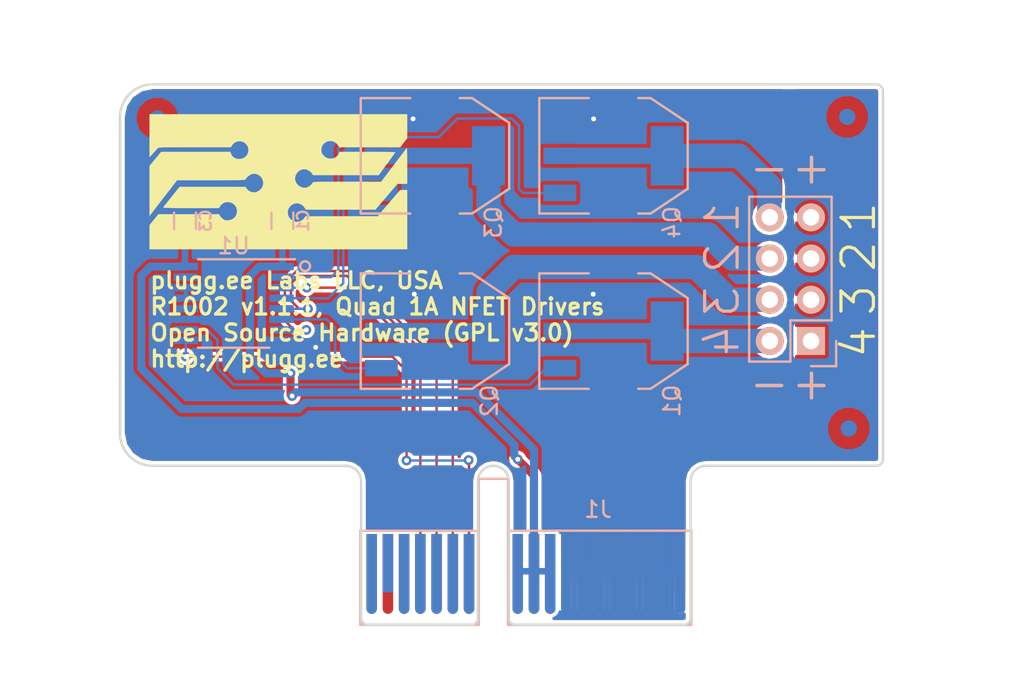
<source format=kicad_pcb>
(kicad_pcb (version 20171130) (host pcbnew "(5.1.12)-1")

  (general
    (thickness 1.6)
    (drawings 39)
    (tracks 171)
    (zones 0)
    (modules 13)
    (nets 26)
  )

  (page A4)
  (layers
    (0 F.Cu signal)
    (31 B.Cu signal)
    (32 B.Adhes user)
    (33 F.Adhes user)
    (34 B.Paste user)
    (35 F.Paste user)
    (36 B.SilkS user)
    (37 F.SilkS user)
    (38 B.Mask user hide)
    (39 F.Mask user hide)
    (40 Dwgs.User user)
    (41 Cmts.User user)
    (42 Eco1.User user)
    (43 Eco2.User user)
    (44 Edge.Cuts user)
    (45 Margin user)
    (46 B.CrtYd user)
    (47 F.CrtYd user)
    (48 B.Fab user)
    (49 F.Fab user)
  )

  (setup
    (last_trace_width 0.15)
    (user_trace_width 0.2)
    (user_trace_width 0.3)
    (user_trace_width 0.4)
    (user_trace_width 0.5)
    (user_trace_width 1)
    (user_trace_width 1.5)
    (trace_clearance 0.15)
    (zone_clearance 0.22)
    (zone_45_only yes)
    (trace_min 0.15)
    (via_size 0.6)
    (via_drill 0.3)
    (via_min_size 0.6)
    (via_min_drill 0.3)
    (uvia_size 0.3)
    (uvia_drill 0.1)
    (uvias_allowed no)
    (uvia_min_size 0.2)
    (uvia_min_drill 0.1)
    (edge_width 0.15)
    (segment_width 0.2)
    (pcb_text_width 0.3)
    (pcb_text_size 1.5 1.5)
    (mod_edge_width 0.15)
    (mod_text_size 1 1)
    (mod_text_width 0.15)
    (pad_size 1.524 1.524)
    (pad_drill 0.762)
    (pad_to_mask_clearance 0)
    (aux_axis_origin 0 0)
    (visible_elements 7FFFFFFF)
    (pcbplotparams
      (layerselection 0x010fc_80000001)
      (usegerberextensions false)
      (usegerberattributes true)
      (usegerberadvancedattributes true)
      (creategerberjobfile true)
      (excludeedgelayer true)
      (linewidth 0.100000)
      (plotframeref false)
      (viasonmask false)
      (mode 1)
      (useauxorigin false)
      (hpglpennumber 1)
      (hpglpenspeed 20)
      (hpglpendiameter 15.000000)
      (psnegative false)
      (psa4output false)
      (plotreference true)
      (plotvalue true)
      (plotinvisibletext false)
      (padsonsilk false)
      (subtractmaskfromsilk false)
      (outputformat 1)
      (mirror false)
      (drillshape 0)
      (scaleselection 1)
      (outputdirectory "Gerbers/"))
  )

  (net 0 "")
  (net 1 C2D)
  (net 2 GND)
  (net 3 +3V3)
  (net 4 ID2)
  (net 5 ID3)
  (net 6 RESERVED0)
  (net 7 ID0)
  (net 8 ID1)
  (net 9 HT)
  (net 10 +5V)
  (net 11 PX3)
  (net 12 PX4)
  (net 13 SCL)
  (net 14 SDA)
  (net 15 ~MRESET)
  (net 16 PX1)
  (net 17 PX2)
  (net 18 /GN4)
  (net 19 /GN3)
  (net 20 /GN2)
  (net 21 /GN1)
  (net 22 /DN1)
  (net 23 /DN2)
  (net 24 /DN3)
  (net 25 /DN4)

  (net_class Default "This is the default net class."
    (clearance 0.15)
    (trace_width 0.15)
    (via_dia 0.6)
    (via_drill 0.3)
    (uvia_dia 0.3)
    (uvia_drill 0.1)
    (add_net +3V3)
    (add_net +5V)
    (add_net /DN1)
    (add_net /DN2)
    (add_net /DN3)
    (add_net /DN4)
    (add_net /GN1)
    (add_net /GN2)
    (add_net /GN3)
    (add_net /GN4)
    (add_net C2D)
    (add_net GND)
    (add_net HT)
    (add_net ID0)
    (add_net ID1)
    (add_net ID2)
    (add_net ID3)
    (add_net PX1)
    (add_net PX2)
    (add_net PX3)
    (add_net PX4)
    (add_net RESERVED0)
    (add_net SCL)
    (add_net SDA)
    (add_net ~MRESET)
  )

  (module Main:PCIEXPRESS-X1 (layer B.Cu) (tedit 575B4175) (tstamp 575B4241)
    (at 150 100 180)
    (path /575CF2BC)
    (fp_text reference J1 (at -4.445 3.81 180) (layer B.SilkS)
      (effects (font (size 1 1) (thickness 0.15)) (justify mirror))
    )
    (fp_text value PCIEXPRESS-X1 (at 6.985 3.81 180) (layer B.Fab) hide
      (effects (font (size 1 1) (thickness 0.15)) (justify mirror))
    )
    (fp_line (start 10.20064 2.49936) (end 10.20064 -3.29946) (layer B.SilkS) (width 0.15))
    (fp_line (start 2.90068 2.49936) (end 2.90068 -3.29946) (layer B.SilkS) (width 0.15))
    (fp_line (start 2.90068 -3.29946) (end 10.20064 -3.29946) (layer B.SilkS) (width 0.15))
    (fp_line (start 10.20064 2.49936) (end 2.90068 2.49936) (layer B.SilkS) (width 0.15))
    (fp_line (start -10.20064 -3.29946) (end -10.20064 2.49936) (layer B.SilkS) (width 0.15))
    (fp_line (start 1.09982 -3.29946) (end -10.20064 -3.29946) (layer B.SilkS) (width 0.15))
    (fp_line (start 1.09982 2.49936) (end 1.09982 -3.29946) (layer B.SilkS) (width 0.15))
    (fp_line (start -10.20064 2.49936) (end 1.09982 2.49936) (layer B.SilkS) (width 0.15))
    (fp_line (start 2.90068 5.69976) (end 2.90068 2.49936) (layer B.SilkS) (width 0.15))
    (fp_line (start 1.09982 5.69976) (end 2.90068 5.69976) (layer B.SilkS) (width 0.15))
    (fp_line (start 1.09982 2.49936) (end 1.09982 5.69976) (layer B.SilkS) (width 0.15))
    (pad B18 connect circle (at 9.4996 -2.30124 180) (size 0.65024 0.65024) (layers B.Cu B.Mask)
      (net 1 C2D))
    (pad B1 connect rect (at -9.4996 0 180) (size 0.65024 4.59994) (layers B.Cu B.Mask)
      (net 2 GND))
    (pad B2 connect rect (at -8.49884 0 180) (size 0.65024 4.59994) (layers B.Cu B.Mask)
      (net 2 GND))
    (pad B3 connect rect (at -7.50062 0 180) (size 0.65024 4.59994) (layers B.Cu B.Mask)
      (net 2 GND))
    (pad B4 connect rect (at -6.49986 0 180) (size 0.65024 4.59994) (layers B.Cu B.Mask)
      (net 2 GND))
    (pad B5 connect rect (at -5.4991 0 180) (size 0.65024 4.59994) (layers B.Cu B.Mask)
      (net 2 GND))
    (pad B6 connect rect (at -4.50088 0 180) (size 0.65024 4.59994) (layers B.Cu B.Mask)
      (net 2 GND))
    (pad B7 connect rect (at -3.50012 0 180) (size 0.65024 4.59994) (layers B.Cu B.Mask)
      (net 2 GND))
    (pad B8 connect rect (at -2.49936 0 180) (size 0.65024 4.59994) (layers B.Cu B.Mask)
      (net 2 GND))
    (pad B9 connect rect (at -1.50114 0 180) (size 0.65024 4.59994) (layers B.Cu B.Mask)
      (net 3 +3V3))
    (pad B10 connect rect (at -0.50038 0 180) (size 0.65024 4.59994) (layers B.Cu B.Mask)
      (net 3 +3V3))
    (pad B11 connect rect (at 0.50038 0 180) (size 0.65024 4.59994) (layers B.Cu B.Mask)
      (net 3 +3V3))
    (pad B14 connect rect (at 5.4991 0 180) (size 0.65024 4.59994) (layers B.Cu B.Mask)
      (net 4 ID2))
    (pad B15 connect rect (at 6.49986 0 180) (size 0.65024 4.59994) (layers B.Cu B.Mask)
      (net 5 ID3))
    (pad B16 connect rect (at 7.50062 0 180) (size 0.65024 4.59994) (layers B.Cu B.Mask)
      (net 6 RESERVED0))
    (pad B17 connect rect (at 8.49884 0.50038 180) (size 0.65024 3.59918) (layers B.Cu B.Mask))
    (pad B18 connect rect (at 9.4996 0 180) (size 0.65024 4.59994) (layers B.Cu B.Mask)
      (net 1 C2D))
    (pad B12 connect rect (at 3.50012 0 180) (size 0.65024 4.59994) (layers B.Cu B.Mask)
      (net 7 ID0))
    (pad B13 connect rect (at 4.50088 0 180) (size 0.65024 4.59994) (layers B.Cu B.Mask)
      (net 8 ID1))
    (pad A1 connect rect (at -9.4996 0.50038 180) (size 0.65024 3.59918) (layers F.Cu F.Mask)
      (net 9 HT))
    (pad A2 connect rect (at -8.49884 0 180) (size 0.65024 4.59994) (layers F.Cu F.Mask)
      (net 9 HT))
    (pad A3 connect rect (at -7.50062 0 180) (size 0.65024 4.59994) (layers F.Cu F.Mask)
      (net 9 HT))
    (pad A4 connect rect (at -6.49986 0 180) (size 0.65024 4.59994) (layers F.Cu F.Mask)
      (net 9 HT))
    (pad A5 connect rect (at -5.4991 0 180) (size 0.65024 4.59994) (layers F.Cu F.Mask)
      (net 9 HT))
    (pad A6 connect rect (at -4.50088 0 180) (size 0.65024 4.59994) (layers F.Cu F.Mask)
      (net 9 HT))
    (pad A7 connect rect (at -3.50012 0 180) (size 0.65024 4.59994) (layers F.Cu F.Mask)
      (net 9 HT))
    (pad A8 connect rect (at -2.49936 0 180) (size 0.65024 4.59994) (layers F.Cu F.Mask)
      (net 9 HT))
    (pad A9 connect rect (at -1.50114 0 180) (size 0.65024 4.59994) (layers F.Cu F.Mask)
      (net 10 +5V))
    (pad A10 connect rect (at -0.50038 0 180) (size 0.65024 4.59994) (layers F.Cu F.Mask)
      (net 10 +5V))
    (pad A11 connect rect (at 0.50038 0 180) (size 0.65024 4.59994) (layers F.Cu F.Mask)
      (net 10 +5V))
    (pad A14 connect rect (at 5.4991 0 180) (size 0.65024 4.59994) (layers F.Cu F.Mask)
      (net 11 PX3))
    (pad A15 connect rect (at 6.49986 0 180) (size 0.65024 4.59994) (layers F.Cu F.Mask)
      (net 12 PX4))
    (pad A16 connect rect (at 7.50062 0 180) (size 0.65024 4.59994) (layers F.Cu F.Mask)
      (net 13 SCL))
    (pad A17 connect rect (at 8.49884 0 180) (size 0.65024 4.59994) (layers F.Cu F.Mask)
      (net 14 SDA))
    (pad A18 connect rect (at 9.4996 0 180) (size 0.65024 4.59994) (layers F.Cu F.Mask)
      (net 15 ~MRESET))
    (pad A12 connect rect (at 3.50012 0 180) (size 0.65024 4.59994) (layers F.Cu F.Mask)
      (net 16 PX1))
    (pad A13 connect rect (at 4.50088 0 180) (size 0.65024 4.59994) (layers F.Cu F.Mask)
      (net 17 PX2))
    (pad B3 connect circle (at -7.50062 -2.30124 180) (size 0.65024 0.65024) (layers B.Cu B.Mask)
      (net 2 GND))
    (pad B4 connect circle (at -6.49986 -2.30124 180) (size 0.65024 0.65024) (layers B.Cu B.Mask)
      (net 2 GND))
    (pad B5 connect circle (at -5.4991 -2.30124 180) (size 0.65024 0.65024) (layers B.Cu B.Mask)
      (net 2 GND))
    (pad B6 connect circle (at -4.50088 -2.30124 180) (size 0.65024 0.65024) (layers B.Cu B.Mask)
      (net 2 GND))
    (pad B7 connect circle (at -3.50012 -2.30124 180) (size 0.65024 0.65024) (layers B.Cu B.Mask)
      (net 2 GND))
    (pad B8 connect circle (at -2.49936 -2.30124 180) (size 0.65024 0.65024) (layers B.Cu B.Mask)
      (net 2 GND))
    (pad B9 connect circle (at -1.50114 -2.30124 180) (size 0.65024 0.65024) (layers B.Cu B.Mask)
      (net 3 +3V3))
    (pad B10 connect circle (at -0.50038 -2.30124 180) (size 0.65024 0.65024) (layers B.Cu B.Mask)
      (net 3 +3V3))
    (pad B11 connect circle (at 0.50038 -2.30124 180) (size 0.65024 0.65024) (layers B.Cu B.Mask)
      (net 3 +3V3))
    (pad B1 connect circle (at -9.4996 -2.30124 180) (size 0.65024 0.65024) (layers B.Cu B.Mask)
      (net 2 GND))
    (pad B12 connect circle (at 3.50012 -2.30124 180) (size 0.65024 0.65024) (layers B.Cu B.Mask)
      (net 7 ID0))
    (pad B13 connect circle (at 4.50088 -2.30124 180) (size 0.65024 0.65024) (layers B.Cu B.Mask)
      (net 8 ID1))
    (pad B14 connect circle (at 5.4991 -2.30124 180) (size 0.65024 0.65024) (layers B.Cu B.Mask)
      (net 4 ID2))
    (pad B15 connect circle (at 6.49986 -2.30124 180) (size 0.65024 0.65024) (layers B.Cu B.Mask)
      (net 5 ID3))
    (pad B16 connect circle (at 7.50062 -2.30124 180) (size 0.65024 0.65024) (layers B.Cu B.Mask)
      (net 6 RESERVED0))
    (pad B2 connect circle (at -8.49884 -2.30124 180) (size 0.65024 0.65024) (layers B.Cu B.Mask)
      (net 2 GND))
    (pad A4 connect oval (at -6.49986 -2.30124 90) (size 0.65024 0.65024) (layers F.Cu F.Mask)
      (net 9 HT))
    (pad A5 connect oval (at -5.4991 -2.30124 90) (size 0.65024 0.65024) (layers F.Cu F.Mask)
      (net 9 HT))
    (pad A6 connect oval (at -4.50088 -2.30124 90) (size 0.65024 0.65024) (layers F.Cu F.Mask)
      (net 9 HT))
    (pad A7 connect oval (at -3.50012 -2.30124 90) (size 0.65024 0.65024) (layers F.Cu F.Mask)
      (net 9 HT))
    (pad A8 connect oval (at -2.49936 -2.30124 90) (size 0.65024 0.65024) (layers F.Cu F.Mask)
      (net 9 HT))
    (pad A9 connect oval (at -1.50114 -2.30124 90) (size 0.65024 0.65024) (layers F.Cu F.Mask)
      (net 10 +5V))
    (pad A10 connect oval (at -0.50038 -2.30124 90) (size 0.65024 0.65024) (layers F.Cu F.Mask)
      (net 10 +5V))
    (pad A14 connect oval (at 5.4991 -2.30124 90) (size 0.65024 0.65024) (layers F.Cu F.Mask)
      (net 11 PX3))
    (pad A15 connect oval (at 6.49986 -2.30124 90) (size 0.65024 0.65024) (layers F.Cu F.Mask)
      (net 12 PX4))
    (pad A3 connect oval (at -7.50062 -2.30124 90) (size 0.65024 0.65024) (layers F.Cu F.Mask)
      (net 9 HT))
    (pad A13 connect oval (at 4.50088 -2.30124 90) (size 0.65024 0.65024) (layers F.Cu F.Mask)
      (net 17 PX2))
    (pad A16 connect oval (at 7.50062 -2.30124 90) (size 0.65024 0.65024) (layers F.Cu F.Mask)
      (net 13 SCL))
    (pad A11 connect oval (at 0.50038 -2.30124 90) (size 0.65024 0.65024) (layers F.Cu F.Mask)
      (net 10 +5V))
    (pad A12 connect oval (at 3.50012 -2.30124 90) (size 0.65024 0.65024) (layers F.Cu F.Mask)
      (net 16 PX1))
    (pad A17 connect oval (at 8.49884 -2.30124 90) (size 0.65024 0.65024) (layers F.Cu F.Mask)
      (net 14 SDA))
    (pad A18 connect oval (at 9.4996 -2.30124 90) (size 0.65024 0.65024) (layers F.Cu F.Mask)
      (net 15 ~MRESET))
    (pad A2 connect oval (at -8.49884 -2.30124 90) (size 0.65024 0.65024) (layers F.Cu F.Mask)
      (net 9 HT))
  )

  (module TO_SOT_Packages_SMD:SOT-223 (layer B.Cu) (tedit 58D5BEFA) (tstamp 5772DC4D)
    (at 155.4 85.2 90)
    (descr "module CMS SOT223 4 pins")
    (tags "CMS SOT")
    (path /5772D96F)
    (zone_connect 2)
    (attr smd)
    (fp_text reference Q1 (at -4.3 3.6 90) (layer B.SilkS)
      (effects (font (size 1 1) (thickness 0.15)) (justify mirror))
    )
    (fp_text value Q_NMOS_GDSD (at 0 -0.762 90) (layer B.Fab)
      (effects (font (size 1 1) (thickness 0.15)) (justify mirror))
    )
    (fp_line (start 3.556 2.286) (end 3.556 1.524) (layer B.SilkS) (width 0.15))
    (fp_line (start 2.032 4.572) (end 3.556 2.286) (layer B.SilkS) (width 0.15))
    (fp_line (start -2.032 4.572) (end 2.032 4.572) (layer B.SilkS) (width 0.15))
    (fp_line (start -3.556 2.286) (end -2.032 4.572) (layer B.SilkS) (width 0.15))
    (fp_line (start -3.556 1.524) (end -3.556 2.286) (layer B.SilkS) (width 0.15))
    (fp_line (start 3.556 -4.572) (end 3.556 -1.524) (layer B.SilkS) (width 0.15))
    (fp_line (start -3.556 -4.572) (end 3.556 -4.572) (layer B.SilkS) (width 0.15))
    (fp_line (start -3.556 -1.524) (end -3.556 -4.572) (layer B.SilkS) (width 0.15))
    (pad 4 smd rect (at 0 3.302 90) (size 3.6576 2.032) (layers B.Cu B.Paste B.Mask)
      (net 25 /DN4) (zone_connect 2))
    (pad 2 smd rect (at 0 -3.302 90) (size 1.016 2.032) (layers B.Cu B.Paste B.Mask)
      (net 25 /DN4) (zone_connect 2))
    (pad 3 smd rect (at 2.286 -3.302 90) (size 1.016 2.032) (layers B.Cu B.Paste B.Mask)
      (net 2 GND) (zone_connect 2))
    (pad 1 smd rect (at -2.286 -3.302 90) (size 1.016 2.032) (layers B.Cu B.Paste B.Mask)
      (net 18 /GN4) (zone_connect 2))
    (model TO_SOT_Packages_SMD.3dshapes/SOT-223.wrl
      (at (xyz 0 0 0))
      (scale (xyz 0.4 0.4 0.4))
      (rotate (xyz 0 0 0))
    )
  )

  (module TO_SOT_Packages_SMD:SOT-223 (layer B.Cu) (tedit 58D5BEFD) (tstamp 5772DC5D)
    (at 144.4 85.2 90)
    (descr "module CMS SOT223 4 pins")
    (tags "CMS SOT")
    (path /5772DEA3)
    (zone_connect 2)
    (attr smd)
    (fp_text reference Q2 (at -4.3 3.35 90) (layer B.SilkS)
      (effects (font (size 1 1) (thickness 0.15)) (justify mirror))
    )
    (fp_text value Q_NMOS_GDSD (at 0 -0.762 90) (layer B.Fab)
      (effects (font (size 1 1) (thickness 0.15)) (justify mirror))
    )
    (fp_line (start 3.556 2.286) (end 3.556 1.524) (layer B.SilkS) (width 0.15))
    (fp_line (start 2.032 4.572) (end 3.556 2.286) (layer B.SilkS) (width 0.15))
    (fp_line (start -2.032 4.572) (end 2.032 4.572) (layer B.SilkS) (width 0.15))
    (fp_line (start -3.556 2.286) (end -2.032 4.572) (layer B.SilkS) (width 0.15))
    (fp_line (start -3.556 1.524) (end -3.556 2.286) (layer B.SilkS) (width 0.15))
    (fp_line (start 3.556 -4.572) (end 3.556 -1.524) (layer B.SilkS) (width 0.15))
    (fp_line (start -3.556 -4.572) (end 3.556 -4.572) (layer B.SilkS) (width 0.15))
    (fp_line (start -3.556 -1.524) (end -3.556 -4.572) (layer B.SilkS) (width 0.15))
    (pad 4 smd rect (at 0 3.302 90) (size 3.6576 2.032) (layers B.Cu B.Paste B.Mask)
      (net 24 /DN3) (zone_connect 2))
    (pad 2 smd rect (at 0 -3.302 90) (size 1.016 2.032) (layers B.Cu B.Paste B.Mask)
      (net 24 /DN3) (zone_connect 2))
    (pad 3 smd rect (at 2.286 -3.302 90) (size 1.016 2.032) (layers B.Cu B.Paste B.Mask)
      (net 2 GND) (zone_connect 2))
    (pad 1 smd rect (at -2.286 -3.302 90) (size 1.016 2.032) (layers B.Cu B.Paste B.Mask)
      (net 19 /GN3) (zone_connect 2))
    (model TO_SOT_Packages_SMD.3dshapes/SOT-223.wrl
      (at (xyz 0 0 0))
      (scale (xyz 0.4 0.4 0.4))
      (rotate (xyz 0 0 0))
    )
  )

  (module TO_SOT_Packages_SMD:SOT-223 (layer B.Cu) (tedit 58D5BEE4) (tstamp 5772DC6D)
    (at 144.4 74.4 90)
    (descr "module CMS SOT223 4 pins")
    (tags "CMS SOT")
    (path /5772DF33)
    (zone_connect 2)
    (attr smd)
    (fp_text reference Q3 (at -4.1 3.6 90) (layer B.SilkS)
      (effects (font (size 1 1) (thickness 0.15)) (justify mirror))
    )
    (fp_text value Q_NMOS_GDSD (at 0 -0.762 90) (layer B.Fab)
      (effects (font (size 1 1) (thickness 0.15)) (justify mirror))
    )
    (fp_line (start 3.556 2.286) (end 3.556 1.524) (layer B.SilkS) (width 0.15))
    (fp_line (start 2.032 4.572) (end 3.556 2.286) (layer B.SilkS) (width 0.15))
    (fp_line (start -2.032 4.572) (end 2.032 4.572) (layer B.SilkS) (width 0.15))
    (fp_line (start -3.556 2.286) (end -2.032 4.572) (layer B.SilkS) (width 0.15))
    (fp_line (start -3.556 1.524) (end -3.556 2.286) (layer B.SilkS) (width 0.15))
    (fp_line (start 3.556 -4.572) (end 3.556 -1.524) (layer B.SilkS) (width 0.15))
    (fp_line (start -3.556 -4.572) (end 3.556 -4.572) (layer B.SilkS) (width 0.15))
    (fp_line (start -3.556 -1.524) (end -3.556 -4.572) (layer B.SilkS) (width 0.15))
    (pad 4 smd rect (at 0 3.302 90) (size 3.6576 2.032) (layers B.Cu B.Paste B.Mask)
      (net 23 /DN2) (zone_connect 2))
    (pad 2 smd rect (at 0 -3.302 90) (size 1.016 2.032) (layers B.Cu B.Paste B.Mask)
      (net 23 /DN2) (zone_connect 2))
    (pad 3 smd rect (at 2.286 -3.302 90) (size 1.016 2.032) (layers B.Cu B.Paste B.Mask)
      (net 2 GND) (zone_connect 2))
    (pad 1 smd rect (at -2.286 -3.302 90) (size 1.016 2.032) (layers B.Cu B.Paste B.Mask)
      (net 20 /GN2) (zone_connect 2))
    (model TO_SOT_Packages_SMD.3dshapes/SOT-223.wrl
      (at (xyz 0 0 0))
      (scale (xyz 0.4 0.4 0.4))
      (rotate (xyz 0 0 0))
    )
  )

  (module TO_SOT_Packages_SMD:SOT-223 (layer B.Cu) (tedit 58D5BEF4) (tstamp 5772DC7D)
    (at 155.4 74.4 90)
    (descr "module CMS SOT223 4 pins")
    (tags "CMS SOT")
    (path /5772DF9C)
    (zone_connect 2)
    (attr smd)
    (fp_text reference Q4 (at -4.1 3.6 90) (layer B.SilkS)
      (effects (font (size 1 1) (thickness 0.15)) (justify mirror))
    )
    (fp_text value Q_NMOS_GDSD (at 0 -0.762 90) (layer B.Fab)
      (effects (font (size 1 1) (thickness 0.15)) (justify mirror))
    )
    (fp_line (start 3.556 2.286) (end 3.556 1.524) (layer B.SilkS) (width 0.15))
    (fp_line (start 2.032 4.572) (end 3.556 2.286) (layer B.SilkS) (width 0.15))
    (fp_line (start -2.032 4.572) (end 2.032 4.572) (layer B.SilkS) (width 0.15))
    (fp_line (start -3.556 2.286) (end -2.032 4.572) (layer B.SilkS) (width 0.15))
    (fp_line (start -3.556 1.524) (end -3.556 2.286) (layer B.SilkS) (width 0.15))
    (fp_line (start 3.556 -4.572) (end 3.556 -1.524) (layer B.SilkS) (width 0.15))
    (fp_line (start -3.556 -4.572) (end 3.556 -4.572) (layer B.SilkS) (width 0.15))
    (fp_line (start -3.556 -1.524) (end -3.556 -4.572) (layer B.SilkS) (width 0.15))
    (pad 4 smd rect (at 0 3.302 90) (size 3.6576 2.032) (layers B.Cu B.Paste B.Mask)
      (net 22 /DN1) (zone_connect 2))
    (pad 2 smd rect (at 0 -3.302 90) (size 1.016 2.032) (layers B.Cu B.Paste B.Mask)
      (net 22 /DN1) (zone_connect 2))
    (pad 3 smd rect (at 2.286 -3.302 90) (size 1.016 2.032) (layers B.Cu B.Paste B.Mask)
      (net 2 GND) (zone_connect 2))
    (pad 1 smd rect (at -2.286 -3.302 90) (size 1.016 2.032) (layers B.Cu B.Paste B.Mask)
      (net 21 /GN1) (zone_connect 2))
    (model TO_SOT_Packages_SMD.3dshapes/SOT-223.wrl
      (at (xyz 0 0 0))
      (scale (xyz 0.4 0.4 0.4))
      (rotate (xyz 0 0 0))
    )
  )

  (module pluggee:pluggeeLabsIcon-16X8 (layer F.Cu) (tedit 0) (tstamp 58D57896)
    (at 134.75 76 180)
    (path /58D578C8)
    (fp_text reference A1 (at 0 0 180) (layer F.SilkS) hide
      (effects (font (size 1.524 1.524) (thickness 0.3)))
    )
    (fp_text value ART (at 0.75 0 180) (layer F.SilkS) hide
      (effects (font (size 1.524 1.524) (thickness 0.3)))
    )
    (fp_poly (pts (xy 7.9375 -2.672447) (xy 7.391846 -2.000251) (xy 5.524684 -2.00025) (xy 3.657522 -2.00025)
      (xy 3.593078 -2.109474) (xy 3.52497 -2.195927) (xy 3.432187 -2.280637) (xy 3.399991 -2.30383)
      (xy 3.316515 -2.352706) (xy 3.240573 -2.375634) (xy 3.144042 -2.378874) (xy 3.079872 -2.375112)
      (xy 2.891651 -2.333311) (xy 2.736834 -2.241349) (xy 2.622568 -2.10544) (xy 2.556003 -1.931796)
      (xy 2.553114 -1.917327) (xy 2.546188 -1.737138) (xy 2.590288 -1.579105) (xy 2.675815 -1.4471)
      (xy 2.793167 -1.344997) (xy 2.932745 -1.276667) (xy 3.084946 -1.245984) (xy 3.240171 -1.25682)
      (xy 3.38882 -1.313047) (xy 3.521291 -1.418539) (xy 3.585131 -1.501041) (xy 3.661888 -1.619251)
      (xy 5.388818 -1.619251) (xy 5.776474 -1.618983) (xy 6.104767 -1.618114) (xy 6.377835 -1.61655)
      (xy 6.599813 -1.614192) (xy 6.774837 -1.610945) (xy 6.907042 -1.606712) (xy 7.000566 -1.601397)
      (xy 7.059543 -1.594903) (xy 7.08811 -1.587134) (xy 7.091638 -1.579563) (xy 7.065771 -1.544591)
      (xy 7.005869 -1.467368) (xy 6.917656 -1.355153) (xy 6.806857 -1.215207) (xy 6.679194 -1.054789)
      (xy 6.57845 -0.928688) (xy 6.089372 -0.317501) (xy 4.052748 -0.317701) (xy 2.016125 -0.317902)
      (xy 1.962419 -0.412289) (xy 1.861679 -0.529425) (xy 1.722559 -0.611213) (xy 1.562839 -0.65194)
      (xy 1.400298 -0.645894) (xy 1.315286 -0.620207) (xy 1.142547 -0.516676) (xy 1.016597 -0.370744)
      (xy 0.964805 -0.264947) (xy 0.929341 -0.094751) (xy 0.947704 0.069007) (xy 1.01162 0.217747)
      (xy 1.112814 0.34289) (xy 1.243011 0.435856) (xy 1.393938 0.488067) (xy 1.557318 0.490942)
      (xy 1.666226 0.46231) (xy 1.752506 0.416273) (xy 1.847441 0.346197) (xy 1.935782 0.266066)
      (xy 2.00228 0.189862) (xy 2.031684 0.131569) (xy 2.032 0.126908) (xy 2.063614 0.119836)
      (xy 2.157925 0.113631) (xy 2.314135 0.108305) (xy 2.531448 0.103871) (xy 2.809065 0.10034)
      (xy 3.14619 0.097725) (xy 3.542025 0.096037) (xy 3.995772 0.095289) (xy 4.137175 0.09525)
      (xy 6.242351 0.095249) (xy 7.089925 -1.003648) (xy 7.9375 -2.102545) (xy 7.9375 0.977376)
      (xy 7.580312 1.408741) (xy 7.223125 1.840105) (xy 5.090399 1.840802) (xy 2.957674 1.8415)
      (xy 2.922728 1.735612) (xy 2.845738 1.592506) (xy 2.729856 1.488125) (xy 2.587116 1.423263)
      (xy 2.429552 1.398715) (xy 2.269197 1.415274) (xy 2.118086 1.473735) (xy 1.988253 1.574891)
      (xy 1.91778 1.669291) (xy 1.850254 1.839804) (xy 1.839916 2.010188) (xy 1.881276 2.170131)
      (xy 1.968845 2.309316) (xy 2.097132 2.417429) (xy 2.260649 2.484157) (xy 2.359484 2.499199)
      (xy 2.540921 2.482357) (xy 2.701006 2.407286) (xy 2.832592 2.277645) (xy 2.854881 2.245459)
      (xy 2.931638 2.12725) (xy 5.162894 2.12725) (xy 5.59363 2.127189) (xy 5.965311 2.126931)
      (xy 6.282381 2.126361) (xy 6.549286 2.125366) (xy 6.770468 2.123831) (xy 6.950374 2.121642)
      (xy 7.093448 2.118685) (xy 7.204134 2.114845) (xy 7.286877 2.110009) (xy 7.346122 2.104062)
      (xy 7.386313 2.096891) (xy 7.411895 2.08838) (xy 7.427313 2.078416) (xy 7.435637 2.068873)
      (xy 7.47392 2.021825) (xy 7.544397 1.941065) (xy 7.635882 1.839258) (xy 7.707312 1.761298)
      (xy 7.9375 1.512098) (xy 7.9375 4.15925) (xy -7.9375 4.15925) (xy -7.9375 2.688196)
      (xy -7.509706 2.12725) (xy -5.63124 2.12725) (xy -3.752773 2.127249) (xy -3.688329 2.236473)
      (xy -3.571643 2.37785) (xy -3.423244 2.472213) (xy -3.255893 2.515964) (xy -3.082352 2.505506)
      (xy -2.935025 2.448817) (xy -2.78592 2.335518) (xy -2.692871 2.193123) (xy -2.653784 2.018042)
      (xy -2.652212 1.964385) (xy -2.658491 1.84716) (xy -2.681995 1.763529) (xy -2.73228 1.684047)
      (xy -2.750828 1.660542) (xy -2.881344 1.528115) (xy -3.019707 1.451293) (xy -3.180728 1.422562)
      (xy -3.221213 1.421954) (xy -3.40284 1.448299) (xy -3.555673 1.51942) (xy -3.669787 1.628645)
      (xy -3.734757 1.767283) (xy -3.753384 1.8415) (xy -5.480317 1.8415) (xy -5.804828 1.84115)
      (xy -6.109463 1.840144) (xy -6.38846 1.838547) (xy -6.636056 1.836426) (xy -6.846485 1.833845)
      (xy -7.013986 1.830869) (xy -7.132794 1.827565) (xy -7.197146 1.823999) (xy -7.207251 1.821876)
      (xy -7.189178 1.792127) (xy -7.138199 1.718128) (xy -7.059177 1.606677) (xy -6.956972 1.464575)
      (xy -6.836444 1.298619) (xy -6.702454 1.115609) (xy -6.696495 1.107501) (xy -6.185739 0.41275)
      (xy -2.125889 0.41275) (xy -2.090247 0.490975) (xy -2.027738 0.573654) (xy -1.924235 0.657612)
      (xy -1.800249 0.728336) (xy -1.703337 0.76475) (xy -1.545731 0.777984) (xy -1.393042 0.737467)
      (xy -1.255042 0.652763) (xy -1.141503 0.533435) (xy -1.062197 0.389048) (xy -1.026896 0.229165)
      (xy -1.034201 0.109895) (xy -1.094207 -0.056773) (xy -1.199417 -0.19582) (xy -1.337729 -0.299435)
      (xy -1.497039 -0.359809) (xy -1.665245 -0.36913) (xy -1.74984 -0.351926) (xy -1.85936 -0.303082)
      (xy -1.968986 -0.228669) (xy -2.059232 -0.144309) (xy -2.110612 -0.065628) (xy -2.111996 -0.061545)
      (xy -2.117415 -0.049345) (xy -2.12838 -0.038873) (xy -2.149438 -0.029997) (xy -2.185134 -0.022586)
      (xy -2.240013 -0.016507) (xy -2.318623 -0.01163) (xy -2.425507 -0.00782) (xy -2.565212 -0.004948)
      (xy -2.742284 -0.002881) (xy -2.961268 -0.001487) (xy -3.226711 -0.000633) (xy -3.543157 -0.000189)
      (xy -3.915152 -0.000023) (xy -4.232906 0) (xy -6.334282 0) (xy -7.096204 1.005741)
      (xy -7.264754 1.228202) (xy -7.422305 1.436092) (xy -7.564506 1.623676) (xy -7.687006 1.785216)
      (xy -7.785453 1.914975) (xy -7.855499 2.007217) (xy -7.892791 2.056203) (xy -7.896803 2.061429)
      (xy -7.907366 2.063054) (xy -7.91597 2.034729) (xy -7.922793 1.971604) (xy -7.928017 1.868832)
      (xy -7.931821 1.72156) (xy -7.934385 1.524941) (xy -7.935889 1.274125) (xy -7.936491 0.992187)
      (xy -7.9375 -0.127) (xy -7.33864 -0.127) (xy -6.661758 -0.919663) (xy -5.984875 -1.712326)
      (xy -3.836949 -1.713413) (xy -1.689023 -1.714501) (xy -1.624579 -1.605277) (xy -1.511671 -1.469556)
      (xy -1.363986 -1.373267) (xy -1.198946 -1.326564) (xy -1.141587 -1.323789) (xy -0.969591 -1.351361)
      (xy -0.819933 -1.431996) (xy -0.689389 -1.562438) (xy -0.604399 -1.712563) (xy -0.574047 -1.873662)
      (xy -0.593346 -2.034858) (xy -0.657311 -2.185273) (xy -0.760959 -2.314027) (xy -0.899304 -2.410244)
      (xy -1.067361 -2.463044) (xy -1.104094 -2.467437) (xy -1.265806 -2.454635) (xy -1.421591 -2.395068)
      (xy -1.550438 -2.298656) (xy -1.603375 -2.231661) (xy -1.666875 -2.129697) (xy -3.893755 -2.128474)
      (xy -6.120634 -2.12725) (xy -6.811924 -1.317625) (xy -7.503215 -0.508) (xy -7.9375 -0.508)
      (xy -7.9375 -4.15925) (xy 7.9375 -4.15925) (xy 7.9375 -2.672447)) (layer F.SilkS) (width 0.01))
  )

  (module Main:SOP65P500X440X120-16 (layer B.Cu) (tedit 58D590A0) (tstamp 5772DCF7)
    (at 132 83.5 180)
    (descr "16-Lead Plastic Thin Shrink Small Outline (ST)-4.4 mm Body [TSSOP] (see Microchip Packaging Specification 00000049BS.pdf)")
    (tags "SSOP 0.65")
    (path /5772D7E8)
    (attr smd)
    (fp_text reference U1 (at 0 3.55 180) (layer B.SilkS)
      (effects (font (size 1 1) (thickness 0.15)) (justify mirror))
    )
    (fp_text value MC14504B-TSSOP (at 0 0 180) (layer B.Fab) hide
      (effects (font (size 0.15 0.15) (thickness 0.03175)) (justify mirror))
    )
    (fp_line (start -3.775 2.725) (end 2.2 2.725) (layer B.SilkS) (width 0.15))
    (fp_line (start -2.2 -2.725) (end 2.2 -2.725) (layer B.SilkS) (width 0.15))
    (fp_line (start -3.95 -2.8) (end 3.95 -2.8) (layer B.CrtYd) (width 0.05))
    (fp_line (start -3.95 2.8) (end 3.95 2.8) (layer B.CrtYd) (width 0.05))
    (fp_line (start 3.95 2.8) (end 3.95 -2.8) (layer B.CrtYd) (width 0.05))
    (fp_line (start -3.95 2.8) (end -3.95 -2.8) (layer B.CrtYd) (width 0.05))
    (fp_circle (center -4.4 2.3) (end -4.1 2.3) (layer B.SilkS) (width 0.1524))
    (pad 1 smd rect (at -2.95 2.275 180) (size 1.5 0.45) (layers B.Cu B.Paste B.Mask)
      (net 3 +3V3))
    (pad 2 smd rect (at -2.95 1.625 180) (size 1.5 0.45) (layers B.Cu B.Paste B.Mask)
      (net 21 /GN1))
    (pad 3 smd rect (at -2.95 0.975 180) (size 1.5 0.45) (layers B.Cu B.Paste B.Mask)
      (net 12 PX4))
    (pad 4 smd rect (at -2.95 0.325 180) (size 1.5 0.45) (layers B.Cu B.Paste B.Mask)
      (net 20 /GN2))
    (pad 5 smd rect (at -2.95 -0.325 180) (size 1.5 0.45) (layers B.Cu B.Paste B.Mask)
      (net 11 PX3))
    (pad 6 smd rect (at -2.95 -0.975 180) (size 1.5 0.45) (layers B.Cu B.Paste B.Mask)
      (net 19 /GN3))
    (pad 7 smd rect (at -2.95 -1.625 180) (size 1.5 0.45) (layers B.Cu B.Paste B.Mask)
      (net 17 PX2))
    (pad 8 smd rect (at -2.95 -2.275 180) (size 1.5 0.45) (layers B.Cu B.Paste B.Mask)
      (net 2 GND))
    (pad 9 smd rect (at 2.95 -2.275 180) (size 1.5 0.45) (layers B.Cu B.Paste B.Mask)
      (net 16 PX1))
    (pad 10 smd rect (at 2.95 -1.625 180) (size 1.5 0.45) (layers B.Cu B.Paste B.Mask)
      (net 18 /GN4))
    (pad 11 smd rect (at 2.95 -0.975 180) (size 1.5 0.45) (layers B.Cu B.Paste B.Mask)
      (net 2 GND))
    (pad 12 smd rect (at 2.95 -0.325 180) (size 1.5 0.45) (layers B.Cu B.Paste B.Mask))
    (pad 13 smd rect (at 2.95 0.325 180) (size 1.5 0.45) (layers B.Cu B.Paste B.Mask)
      (net 2 GND))
    (pad 14 smd rect (at 2.95 0.975 180) (size 1.5 0.45) (layers B.Cu B.Paste B.Mask)
      (net 2 GND))
    (pad 15 smd rect (at 2.95 1.625 180) (size 1.5 0.45) (layers B.Cu B.Paste B.Mask))
    (pad 16 smd rect (at 2.95 2.275 180) (size 1.5 0.45) (layers B.Cu B.Paste B.Mask)
      (net 10 +5V))
    (model Housings_SSOP.3dshapes/TSSOP-16_4.4x5mm_Pitch0.65mm.wrl
      (at (xyz 0 0 0))
      (scale (xyz 1 1 1))
      (rotate (xyz 0 0 0))
    )
  )

  (module Main:FIDTOP001 (layer B.Cu) (tedit 58DA055C) (tstamp 58DA0559)
    (at 127.3 72.1)
    (descr "Circular Fiducial, 1mm bare copper top; 2.54mm keepout")
    (tags marker)
    (path /58DA0750)
    (attr virtual)
    (fp_text reference FID1 (at 0 -2.3) (layer B.SilkS) hide
      (effects (font (size 0.7 0.7) (thickness 0.15)) (justify mirror))
    )
    (fp_text value FIDTOP001 (at 0 1.8) (layer B.Fab) hide
      (effects (font (size 0.127 0.127) (thickness 0.03)) (justify mirror))
    )
    (fp_circle (center 0 0) (end 1.55 0) (layer B.CrtYd) (width 0.05))
    (pad ~ smd circle (at 0 0) (size 1 1) (layers B.Cu B.Mask)
      (solder_mask_margin 0.77) (clearance 0.77))
  )

  (module Main:FIDTOP001 (layer B.Cu) (tedit 58DA055A) (tstamp 58DA055F)
    (at 169.9 91.2)
    (descr "Circular Fiducial, 1mm bare copper top; 2.54mm keepout")
    (tags marker)
    (path /58DA07A1)
    (attr virtual)
    (fp_text reference FID2 (at 0 -2.3) (layer B.SilkS) hide
      (effects (font (size 0.7 0.7) (thickness 0.15)) (justify mirror))
    )
    (fp_text value FIDTOP001 (at 0 1.8) (layer B.Fab) hide
      (effects (font (size 0.127 0.127) (thickness 0.03)) (justify mirror))
    )
    (fp_circle (center 0 0) (end 1.55 0) (layer B.CrtYd) (width 0.05))
    (pad ~ smd circle (at 0 0) (size 1 1) (layers B.Cu B.Mask)
      (solder_mask_margin 0.77) (clearance 0.77))
  )

  (module Main:FIDTOP001 (layer B.Cu) (tedit 58DA055E) (tstamp 58DA0565)
    (at 169.8 72)
    (descr "Circular Fiducial, 1mm bare copper top; 2.54mm keepout")
    (tags marker)
    (path /58DA07F2)
    (attr virtual)
    (fp_text reference FID3 (at 0 -2.3) (layer B.SilkS) hide
      (effects (font (size 0.7 0.7) (thickness 0.15)) (justify mirror))
    )
    (fp_text value FIDTOP001 (at 0 1.8) (layer B.Fab) hide
      (effects (font (size 0.127 0.127) (thickness 0.03)) (justify mirror))
    )
    (fp_circle (center 0 0) (end 1.55 0) (layer B.CrtYd) (width 0.05))
    (pad ~ smd circle (at 0 0) (size 1 1) (layers B.Cu B.Mask)
      (solder_mask_margin 0.77) (clearance 0.77))
  )

  (module Main:CAPC0603 (layer B.Cu) (tedit 57E4CC9B) (tstamp 58DA0837)
    (at 135 78.4 90)
    (descr "Resistor SMD 0603, reflow soldering, Vishay (see dcrcw.pdf)")
    (tags "resistor 0603")
    (path /58DA0C99)
    (attr smd)
    (fp_text reference C1 (at 0 1.27 90) (layer B.SilkS)
      (effects (font (size 0.7 0.7) (thickness 0.15)) (justify mirror))
    )
    (fp_text value CC0603KRX7R9BB104 (at 0 -0.508 90) (layer B.Fab)
      (effects (font (size 0.127 0.127) (thickness 0.03)) (justify mirror))
    )
    (fp_line (start -0.5 0.675) (end 0.5 0.675) (layer B.SilkS) (width 0.15))
    (fp_line (start 0.5 -0.675) (end -0.5 -0.675) (layer B.SilkS) (width 0.15))
    (fp_line (start 1.3 0.8) (end 1.3 -0.8) (layer B.CrtYd) (width 0.05))
    (fp_line (start -1.3 0.8) (end -1.3 -0.8) (layer B.CrtYd) (width 0.05))
    (fp_line (start -1.3 -0.8) (end 1.3 -0.8) (layer B.CrtYd) (width 0.05))
    (fp_line (start -1.3 0.8) (end 1.3 0.8) (layer B.CrtYd) (width 0.05))
    (pad 1 smd rect (at -0.7745 0 90) (size 0.787 0.864) (layers B.Cu B.Paste B.Mask)
      (net 3 +3V3))
    (pad 2 smd rect (at 0.7745 0 90) (size 0.787 0.864) (layers B.Cu B.Paste B.Mask)
      (net 2 GND))
    (model main.3dshapes/CAPC0603.wrl
      (at (xyz 0 0 0))
      (scale (xyz 1 1 1))
      (rotate (xyz 0 0 0))
    )
  )

  (module Main:CAPC0603 (layer B.Cu) (tedit 57E4CC9B) (tstamp 58DA0842)
    (at 129 78.4 90)
    (descr "Resistor SMD 0603, reflow soldering, Vishay (see dcrcw.pdf)")
    (tags "resistor 0603")
    (path /58DA0B27)
    (attr smd)
    (fp_text reference C3 (at 0 1.27 90) (layer B.SilkS)
      (effects (font (size 0.7 0.7) (thickness 0.15)) (justify mirror))
    )
    (fp_text value CC0603KRX7R9BB104 (at 0 -0.508 90) (layer B.Fab)
      (effects (font (size 0.127 0.127) (thickness 0.03)) (justify mirror))
    )
    (fp_line (start -0.5 0.675) (end 0.5 0.675) (layer B.SilkS) (width 0.15))
    (fp_line (start 0.5 -0.675) (end -0.5 -0.675) (layer B.SilkS) (width 0.15))
    (fp_line (start 1.3 0.8) (end 1.3 -0.8) (layer B.CrtYd) (width 0.05))
    (fp_line (start -1.3 0.8) (end -1.3 -0.8) (layer B.CrtYd) (width 0.05))
    (fp_line (start -1.3 -0.8) (end 1.3 -0.8) (layer B.CrtYd) (width 0.05))
    (fp_line (start -1.3 0.8) (end 1.3 0.8) (layer B.CrtYd) (width 0.05))
    (pad 1 smd rect (at -0.7745 0 90) (size 0.787 0.864) (layers B.Cu B.Paste B.Mask)
      (net 10 +5V))
    (pad 2 smd rect (at 0.7745 0 90) (size 0.787 0.864) (layers B.Cu B.Paste B.Mask)
      (net 2 GND))
    (model main.3dshapes/CAPC0603.wrl
      (at (xyz 0 0 0))
      (scale (xyz 1 1 1))
      (rotate (xyz 0 0 0))
    )
  )

  (module Main:CONN254P-02X04 (layer B.Cu) (tedit 58F17C9D) (tstamp 58DA0748)
    (at 166.3 82 90)
    (descr "Through hole socket strip")
    (tags "socket strip")
    (path /58DA07AB)
    (fp_text reference J2 (at 0 3.81 90) (layer B.SilkS) hide
      (effects (font (size 1 1) (thickness 0.15)) (justify mirror))
    )
    (fp_text value CONN254P-02X04 (at 0 -3.81 90) (layer B.Fab) hide
      (effects (font (size 0.127 0.127) (thickness 0.03)) (justify mirror))
    )
    (fp_line (start -5.36 2.82) (end -5.36 1.27) (layer B.SilkS) (width 0.15))
    (fp_line (start -2.54 0) (end -2.54 2.54) (layer B.SilkS) (width 0.15))
    (fp_line (start -5.08 0) (end -2.54 0) (layer B.SilkS) (width 0.15))
    (fp_line (start -3.81 2.82) (end -5.36 2.82) (layer B.SilkS) (width 0.15))
    (fp_line (start -5.08 -2.54) (end -5.08 0) (layer B.SilkS) (width 0.15))
    (fp_line (start 5.08 -2.54) (end -5.08 -2.54) (layer B.SilkS) (width 0.15))
    (fp_line (start 5.08 2.54) (end 5.08 -2.54) (layer B.SilkS) (width 0.15))
    (fp_line (start -2.54 2.54) (end 5.08 2.54) (layer B.SilkS) (width 0.15))
    (fp_line (start -5.56 -3.03) (end 5.59 -3.03) (layer B.CrtYd) (width 0.05))
    (fp_line (start -5.56 3.02) (end 5.59 3.02) (layer B.CrtYd) (width 0.05))
    (fp_line (start 5.59 3.02) (end 5.59 -3.03) (layer B.CrtYd) (width 0.05))
    (fp_line (start -5.56 3.02) (end -5.56 -3.03) (layer B.CrtYd) (width 0.05))
    (pad 1 thru_hole rect (at -3.81 1.27 90) (size 1.7272 1.7272) (drill 1.016) (layers *.Cu *.Mask B.SilkS)
      (net 9 HT))
    (pad 2 thru_hole oval (at -3.81 -1.27 90) (size 1.7272 1.7272) (drill 1.016) (layers *.Cu *.Mask B.SilkS)
      (net 25 /DN4))
    (pad 3 thru_hole oval (at -1.27 1.27 90) (size 1.7272 1.7272) (drill 1.016) (layers *.Cu *.Mask B.SilkS)
      (net 9 HT))
    (pad 4 thru_hole oval (at -1.27 -1.27 90) (size 1.7272 1.7272) (drill 1.016) (layers *.Cu *.Mask B.SilkS)
      (net 24 /DN3))
    (pad 5 thru_hole oval (at 1.27 1.27 90) (size 1.7272 1.7272) (drill 1.016) (layers *.Cu *.Mask B.SilkS)
      (net 9 HT))
    (pad 6 thru_hole oval (at 1.27 -1.27 90) (size 1.7272 1.7272) (drill 1.016) (layers *.Cu *.Mask B.SilkS)
      (net 23 /DN2))
    (pad 7 thru_hole oval (at 3.81 1.27 90) (size 1.7272 1.7272) (drill 1.016) (layers *.Cu *.Mask B.SilkS)
      (net 9 HT))
    (pad 8 thru_hole oval (at 3.81 -1.27 90) (size 1.7272 1.7272) (drill 1.016) (layers *.Cu *.Mask B.SilkS)
      (net 22 /DN1))
    (model main.3dshapes/CONN254P-02X04.wrl
      (at (xyz 0 0 0))
      (scale (xyz 1 1 1))
      (rotate (xyz 0 0 0))
    )
  )

  (gr_text 4 (at 162.1 85.8 90) (layer B.SilkS)
    (effects (font (size 2 2) (thickness 0.2)) (justify mirror))
  )
  (gr_text 3 (at 162.1 83.4 90) (layer B.SilkS)
    (effects (font (size 2 2) (thickness 0.2)) (justify mirror))
  )
  (gr_text 2 (at 162.1 80.7 90) (layer B.SilkS)
    (effects (font (size 2 2) (thickness 0.2)) (justify mirror))
  )
  (gr_text 1 (at 162.1 78.2 90) (layer B.SilkS)
    (effects (font (size 2 2) (thickness 0.2)) (justify mirror))
  )
  (gr_text 4 (at 170.5 85.9 90) (layer F.SilkS)
    (effects (font (size 2 2) (thickness 0.2)))
  )
  (gr_text 3 (at 170.5 83.3 90) (layer F.SilkS)
    (effects (font (size 2 2) (thickness 0.2)))
  )
  (gr_text 2 (at 170.5 80.6 90) (layer F.SilkS)
    (effects (font (size 2 2) (thickness 0.2)))
  )
  (gr_text 1 (at 170.5 78.2 90) (layer F.SilkS)
    (effects (font (size 2 2) (thickness 0.2)))
  )
  (gr_text - (at 165 75.1) (layer F.SilkS)
    (effects (font (size 2 2) (thickness 0.2)) (justify mirror))
  )
  (gr_text - (at 165 88.4) (layer F.SilkS)
    (effects (font (size 2 2) (thickness 0.2)) (justify mirror))
  )
  (gr_text + (at 167.6 88.4) (layer F.SilkS)
    (effects (font (size 2 2) (thickness 0.2)) (justify mirror))
  )
  (gr_text + (at 167.6 75.1) (layer F.SilkS)
    (effects (font (size 2 2) (thickness 0.2)) (justify mirror))
  )
  (gr_text - (at 165 75.1) (layer B.SilkS)
    (effects (font (size 2 2) (thickness 0.2)) (justify mirror))
  )
  (gr_text - (at 165 88.4) (layer B.SilkS)
    (effects (font (size 2 2) (thickness 0.2)) (justify mirror))
  )
  (gr_text + (at 167.6 75.1) (layer B.SilkS)
    (effects (font (size 2 2) (thickness 0.2)) (justify mirror))
  )
  (gr_text + (at 167.6 88.4) (layer B.SilkS)
    (effects (font (size 2 2) (thickness 0.2)) (justify mirror))
  )
  (gr_text "plugg.ee Labs LLC, USA\nR1002 v1.1.1, Quad 1A NFET Drivers\nOpen Source Hardware (GPL v3.0)\nhttp://plugg.ee" (at 126.75 84.5) (layer F.SilkS)
    (effects (font (size 1 1) (thickness 0.2)) (justify left))
  )
  (gr_arc (start 171.6 70.4) (end 172 70.4) (angle -90) (layer Edge.Cuts) (width 0.15) (tstamp 575A0A41))
  (gr_arc (start 171.6 93.1) (end 171.6 93.5) (angle -90) (layer Edge.Cuts) (width 0.15) (tstamp 575A09EA))
  (gr_arc (start 159.75 102.9) (end 160.15 102.9) (angle 90) (layer Edge.Cuts) (width 0.15) (tstamp 575A09A8))
  (gr_arc (start 149.35 102.9) (end 148.95 102.9) (angle -90) (layer Edge.Cuts) (width 0.15) (tstamp 575A0946))
  (gr_arc (start 146.65 102.9) (end 147.05 102.9) (angle 90) (layer Edge.Cuts) (width 0.15) (tstamp 575A0797))
  (gr_arc (start 140.25 102.9) (end 139.85 102.9) (angle -90) (layer Edge.Cuts) (width 0.15) (tstamp 575A06FE))
  (gr_line (start 172 70.4) (end 172 93.1) (angle 90) (layer Edge.Cuts) (width 0.15) (tstamp 575A0518))
  (gr_line (start 171.6 93.5) (end 161.1 93.5) (angle 90) (layer Edge.Cuts) (width 0.15) (tstamp 575A04F5))
  (gr_arc (start 161.1 94.45) (end 160.15 94.45) (angle 90) (layer Edge.Cuts) (width 0.15) (tstamp 575A048B))
  (gr_line (start 125 91.5) (end 125 72) (angle 90) (layer Edge.Cuts) (width 0.15) (tstamp 575A0413))
  (gr_arc (start 127 91.5) (end 127 93.5) (angle 90) (layer Edge.Cuts) (width 0.15) (tstamp 575A03AC))
  (gr_line (start 138.9 93.5) (end 127 93.5) (angle 90) (layer Edge.Cuts) (width 0.15) (tstamp 575A0373))
  (gr_arc (start 138.9 94.45) (end 139.85 94.45) (angle -90) (layer Edge.Cuts) (width 0.15) (tstamp 575A0260))
  (gr_arc (start 127 72) (end 125 72) (angle 90) (layer Edge.Cuts) (width 0.15) (tstamp 575A0050))
  (gr_line (start 171.6 70) (end 127 70) (angle 90) (layer Edge.Cuts) (width 0.15))
  (gr_line (start 160.15 102.9) (end 160.15 94.45) (angle 90) (layer Edge.Cuts) (width 0.15))
  (gr_line (start 149.35 103.3) (end 159.75 103.3) (angle 90) (layer Edge.Cuts) (width 0.15))
  (gr_line (start 139.85 102.9) (end 139.85 94.45) (angle 90) (layer Edge.Cuts) (width 0.15))
  (gr_line (start 146.65 103.3) (end 140.25 103.3) (angle 90) (layer Edge.Cuts) (width 0.15))
  (gr_arc (start 148 94.45) (end 147.05 94.45) (angle 180) (layer Edge.Cuts) (width 0.15))
  (gr_line (start 148.95 94.45) (end 148.95 102.9) (angle 90) (layer Edge.Cuts) (width 0.15) (tstamp 57102CF6))
  (gr_line (start 147.05 94.45) (end 147.05 102.9) (angle 90) (layer Edge.Cuts) (width 0.15))

  (segment (start 140.5004 102.30124) (end 140.5004 100) (width 0.15) (layer B.Cu) (net 1))
  (segment (start 134.95 85.775) (end 136.625 85.775) (width 0.3) (layer B.Cu) (net 2))
  (via (at 137.05 86.2) (size 0.6) (drill 0.3) (layers F.Cu B.Cu) (net 2))
  (segment (start 136.625 85.775) (end 137.05 86.2) (width 0.3) (layer B.Cu) (net 2) (tstamp 58D5C21F))
  (segment (start 152.098 72.114) (end 154.164 72.114) (width 1) (layer B.Cu) (net 2))
  (via (at 154.175 72.125) (size 0.6) (drill 0.3) (layers F.Cu B.Cu) (net 2))
  (segment (start 154.164 72.114) (end 154.175 72.125) (width 1) (layer B.Cu) (net 2) (tstamp 58D5C160))
  (segment (start 141.098 72.114) (end 143.039 72.114) (width 1) (layer B.Cu) (net 2))
  (via (at 143.05 72.125) (size 0.6) (drill 0.3) (layers F.Cu B.Cu) (net 2))
  (segment (start 143.039 72.114) (end 143.05 72.125) (width 1) (layer B.Cu) (net 2) (tstamp 58D5C154))
  (segment (start 141.098 82.914) (end 143.114 82.914) (width 1) (layer B.Cu) (net 2))
  (via (at 143.125 82.925) (size 0.6) (drill 0.3) (layers F.Cu B.Cu) (net 2))
  (segment (start 143.114 82.914) (end 143.125 82.925) (width 1) (layer B.Cu) (net 2) (tstamp 58D5C13B))
  (segment (start 152.098 82.914) (end 154.139 82.914) (width 1) (layer B.Cu) (net 2))
  (via (at 154.15 82.925) (size 0.6) (drill 0.3) (layers F.Cu B.Cu) (net 2))
  (segment (start 154.139 82.914) (end 154.15 82.925) (width 1) (layer B.Cu) (net 2) (tstamp 58D5C128))
  (segment (start 152.49936 100) (end 153.50012 100) (width 0.5) (layer B.Cu) (net 2))
  (segment (start 153.50012 100) (end 154.50088 100) (width 0.5) (layer B.Cu) (net 2) (tstamp 57730C97))
  (segment (start 154.50088 100) (end 155.4991 100) (width 0.5) (layer B.Cu) (net 2) (tstamp 57730CA0))
  (segment (start 155.4991 100) (end 156.49986 100) (width 0.5) (layer B.Cu) (net 2) (tstamp 57730CA1))
  (segment (start 156.49986 100) (end 157.50062 100) (width 0.5) (layer B.Cu) (net 2) (tstamp 57730CA2))
  (segment (start 157.50062 100) (end 158.49884 100) (width 0.5) (layer B.Cu) (net 2) (tstamp 57730CA3))
  (segment (start 158.49884 100) (end 159.4996 100) (width 0.5) (layer B.Cu) (net 2) (tstamp 57730CA4))
  (segment (start 159.4996 102.30124) (end 159.4996 100) (width 0.15) (layer B.Cu) (net 2))
  (segment (start 158.49884 102.30124) (end 158.49884 100) (width 0.15) (layer B.Cu) (net 2))
  (segment (start 157.50062 102.30124) (end 157.50062 100) (width 0.15) (layer B.Cu) (net 2))
  (segment (start 156.49986 102.30124) (end 156.49986 100) (width 0.15) (layer B.Cu) (net 2))
  (segment (start 155.4991 102.30124) (end 155.4991 100) (width 0.15) (layer B.Cu) (net 2))
  (segment (start 154.50088 102.30124) (end 154.50088 100) (width 0.15) (layer B.Cu) (net 2))
  (segment (start 153.50012 102.30124) (end 153.50012 100) (width 0.15) (layer B.Cu) (net 2))
  (segment (start 152.49936 102.30124) (end 152.49936 100) (width 0.15) (layer B.Cu) (net 2))
  (segment (start 150.50038 100) (end 150.50038 92.50038) (width 0.5) (layer B.Cu) (net 3))
  (segment (start 133.575 81.225) (end 134.95 81.225) (width 0.5) (layer B.Cu) (net 3) (tstamp 58D5C0A3))
  (segment (start 133 81.8) (end 133.575 81.225) (width 0.5) (layer B.Cu) (net 3) (tstamp 58D5C0A2))
  (segment (start 133 86.8) (end 133 81.8) (width 0.5) (layer B.Cu) (net 3) (tstamp 58D5C09C))
  (segment (start 134 87.8) (end 133 86.8) (width 0.5) (layer B.Cu) (net 3) (tstamp 58D5C092))
  (segment (start 135.5 87.8) (end 134 87.8) (width 0.5) (layer B.Cu) (net 3) (tstamp 58D5C091))
  (via (at 135.5 87.8) (size 0.6) (drill 0.3) (layers F.Cu B.Cu) (net 3))
  (segment (start 135.5 89.1) (end 135.5 87.8) (width 0.5) (layer F.Cu) (net 3) (tstamp 58D5C08F))
  (segment (start 135.6 89.2) (end 135.5 89.1) (width 0.5) (layer F.Cu) (net 3) (tstamp 58D5C08E))
  (via (at 135.6 89.2) (size 0.6) (drill 0.3) (layers F.Cu B.Cu) (net 3))
  (segment (start 135.824998 88.975002) (end 135.6 89.2) (width 0.5) (layer B.Cu) (net 3) (tstamp 58D5C08C))
  (segment (start 146.975002 88.975002) (end 135.824998 88.975002) (width 0.5) (layer B.Cu) (net 3) (tstamp 58D5C085))
  (segment (start 150.50038 92.50038) (end 146.975002 88.975002) (width 0.5) (layer B.Cu) (net 3) (tstamp 58D5C07B))
  (segment (start 135 79.15) (end 135 81.175) (width 0.4) (layer B.Cu) (net 3))
  (segment (start 135 81.175) (end 134.95 81.225) (width 0.4) (layer B.Cu) (net 3) (tstamp 58D5C078))
  (segment (start 151.50114 100) (end 150.50038 100) (width 0.4) (layer B.Cu) (net 3))
  (segment (start 150.50038 100) (end 149.49962 100) (width 0.4) (layer B.Cu) (net 3) (tstamp 577315E4))
  (segment (start 151.50114 102.30124) (end 151.50114 100) (width 0.15) (layer B.Cu) (net 3))
  (segment (start 150.50038 102.30124) (end 150.50038 100) (width 0.15) (layer B.Cu) (net 3))
  (segment (start 149.49962 102.30124) (end 149.49962 100) (width 0.15) (layer B.Cu) (net 3))
  (segment (start 144.5009 102.30124) (end 144.5009 100) (width 0.15) (layer B.Cu) (net 4))
  (segment (start 143.50014 102.30124) (end 143.50014 100) (width 0.15) (layer B.Cu) (net 5))
  (segment (start 142.49938 102.30124) (end 142.49938 100) (width 0.15) (layer B.Cu) (net 6))
  (segment (start 146.49988 102.30124) (end 146.49988 100) (width 0.15) (layer B.Cu) (net 7))
  (segment (start 145.49912 102.30124) (end 145.49912 100) (width 0.15) (layer B.Cu) (net 8))
  (segment (start 158.49884 100) (end 158.49884 102.30124) (width 0.15) (layer F.Cu) (net 9))
  (segment (start 157.50062 100) (end 157.50062 102.30124) (width 0.15) (layer F.Cu) (net 9))
  (segment (start 156.49986 100) (end 156.49986 102.30124) (width 0.15) (layer F.Cu) (net 9))
  (segment (start 155.4991 100) (end 155.4991 102.30124) (width 0.15) (layer F.Cu) (net 9))
  (segment (start 154.50088 100) (end 154.50088 102.30124) (width 0.15) (layer F.Cu) (net 9))
  (segment (start 153.50012 100) (end 153.50012 102.30124) (width 0.15) (layer F.Cu) (net 9))
  (segment (start 152.49936 100) (end 152.49936 102.30124) (width 0.15) (layer F.Cu) (net 9))
  (segment (start 150.50038 100) (end 150.50038 94.10038) (width 0.5) (layer F.Cu) (net 10))
  (segment (start 126.875 81.225) (end 129.05 81.225) (width 0.5) (layer B.Cu) (net 10) (tstamp 58D5C0DE))
  (segment (start 126.3 81.8) (end 126.875 81.225) (width 0.5) (layer B.Cu) (net 10) (tstamp 58D5C0DD))
  (segment (start 126.3 87.5) (end 126.3 81.8) (width 0.5) (layer B.Cu) (net 10) (tstamp 58D5C0D9))
  (segment (start 128.8 90) (end 126.3 87.5) (width 0.5) (layer B.Cu) (net 10) (tstamp 58D5C0D0))
  (segment (start 136 90) (end 128.8 90) (width 0.5) (layer B.Cu) (net 10) (tstamp 58D5C0CF))
  (segment (start 136.374996 89.625004) (end 136 90) (width 0.5) (layer B.Cu) (net 10) (tstamp 58D5C0C8))
  (segment (start 146.705762 89.625004) (end 136.374996 89.625004) (width 0.5) (layer B.Cu) (net 10) (tstamp 58D5C0C7))
  (segment (start 149.290379 92.209621) (end 146.705762 89.625004) (width 0.5) (layer B.Cu) (net 10) (tstamp 58D5C0C5))
  (segment (start 149.290379 92.890379) (end 149.290379 92.209621) (width 0.5) (layer B.Cu) (net 10) (tstamp 58D5C0C4))
  (segment (start 149.5 93.1) (end 149.290379 92.890379) (width 0.5) (layer B.Cu) (net 10) (tstamp 58D5C0C3))
  (via (at 149.5 93.1) (size 0.6) (drill 0.3) (layers F.Cu B.Cu) (net 10))
  (segment (start 150.50038 94.10038) (end 149.5 93.1) (width 0.5) (layer F.Cu) (net 10) (tstamp 58D5C0B8))
  (segment (start 129 79.15) (end 129 81.175) (width 0.4) (layer B.Cu) (net 10))
  (segment (start 129 81.175) (end 129.05 81.225) (width 0.4) (layer B.Cu) (net 10) (tstamp 58D5C075))
  (segment (start 149.49962 100) (end 150.50038 100) (width 0.4) (layer F.Cu) (net 10))
  (segment (start 150.50038 100) (end 151.50114 100) (width 0.4) (layer F.Cu) (net 10) (tstamp 577315E1))
  (segment (start 151.50114 100) (end 151.50114 102.30124) (width 0.15) (layer F.Cu) (net 10))
  (segment (start 150.50038 100) (end 150.50038 102.30124) (width 0.15) (layer F.Cu) (net 10))
  (segment (start 149.49962 100) (end 149.49962 102.30124) (width 0.15) (layer F.Cu) (net 10))
  (segment (start 144.5009 100) (end 144.5009 87.326634) (width 0.15) (layer F.Cu) (net 11))
  (segment (start 136.575 83.825) (end 134.95 83.825) (width 0.15) (layer B.Cu) (net 11) (tstamp 58D5C1B8))
  (via (at 136.575 83.825) (size 0.6) (drill 0.3) (layers F.Cu B.Cu) (net 11))
  (segment (start 136.025 83.825) (end 136.575 83.825) (width 0.15) (layer F.Cu) (net 11) (tstamp 58D5C1B5))
  (segment (start 135.525 83.325) (end 136.025 83.825) (width 0.15) (layer F.Cu) (net 11) (tstamp 58D5C1B3))
  (segment (start 135.525 82.275) (end 135.525 83.325) (width 0.15) (layer F.Cu) (net 11) (tstamp 58D5C1B2))
  (segment (start 136 81.8) (end 135.525 82.275) (width 0.15) (layer F.Cu) (net 11) (tstamp 58D5C1B1))
  (segment (start 138.974266 81.8) (end 136 81.8) (width 0.15) (layer F.Cu) (net 11) (tstamp 58D5C1AD))
  (segment (start 144.5009 87.326634) (end 138.974266 81.8) (width 0.15) (layer F.Cu) (net 11) (tstamp 58D5C1A4))
  (segment (start 144.5009 100) (end 144.5009 102.30124) (width 0.15) (layer F.Cu) (net 11))
  (segment (start 143.50014 100) (end 143.50014 86.75014) (width 0.15) (layer F.Cu) (net 12))
  (segment (start 136.5 82.525) (end 134.95 82.525) (width 0.15) (layer B.Cu) (net 12) (tstamp 58D5C19E))
  (via (at 136.5 82.525) (size 0.6) (drill 0.3) (layers F.Cu B.Cu) (net 12))
  (segment (start 139.275 82.525) (end 136.5 82.525) (width 0.15) (layer F.Cu) (net 12) (tstamp 58D5C198))
  (segment (start 143.50014 86.75014) (end 139.275 82.525) (width 0.15) (layer F.Cu) (net 12) (tstamp 58D5C18F))
  (segment (start 143.50014 102.30124) (end 143.50014 100) (width 0.15) (layer F.Cu) (net 12))
  (segment (start 142.49938 102.30124) (end 142.49938 100) (width 0.15) (layer F.Cu) (net 13))
  (segment (start 141.50116 102.30124) (end 141.50116 100) (width 0.15) (layer F.Cu) (net 14))
  (segment (start 140.5004 100) (end 140.5004 102.30124) (width 0.15) (layer F.Cu) (net 15))
  (segment (start 146.49988 100) (end 146.49988 93.17488) (width 0.15) (layer F.Cu) (net 16))
  (segment (start 129.05 86.775) (end 129.05 85.775) (width 0.15) (layer B.Cu) (net 16) (tstamp 58D5C1F9))
  (via (at 129.05 86.775) (size 0.6) (drill 0.3) (layers F.Cu B.Cu) (net 16))
  (segment (start 141.775 86.775) (end 129.05 86.775) (width 0.15) (layer F.Cu) (net 16) (tstamp 58D5C1E9))
  (segment (start 142.65 87.65) (end 141.775 86.775) (width 0.15) (layer F.Cu) (net 16) (tstamp 58D5C1E7))
  (segment (start 142.65 93.175) (end 142.65 87.65) (width 0.15) (layer F.Cu) (net 16) (tstamp 58D5C1E6))
  (via (at 142.65 93.175) (size 0.6) (drill 0.3) (layers F.Cu B.Cu) (net 16))
  (segment (start 146.45 93.175) (end 142.65 93.175) (width 0.15) (layer B.Cu) (net 16) (tstamp 58D5C1E4))
  (segment (start 146.475 93.15) (end 146.45 93.175) (width 0.15) (layer B.Cu) (net 16) (tstamp 58D5C1E3))
  (via (at 146.475 93.15) (size 0.6) (drill 0.3) (layers F.Cu B.Cu) (net 16))
  (segment (start 146.49988 93.17488) (end 146.475 93.15) (width 0.15) (layer F.Cu) (net 16) (tstamp 58D5C1DE))
  (segment (start 146.49988 100) (end 146.49988 102.30124) (width 0.15) (layer F.Cu) (net 16))
  (segment (start 145.49912 100) (end 145.49912 87.900588) (width 0.15) (layer F.Cu) (net 17))
  (segment (start 136.475 85.125) (end 134.95 85.125) (width 0.15) (layer B.Cu) (net 17) (tstamp 58D5C1D9))
  (via (at 136.475 85.125) (size 0.6) (drill 0.3) (layers F.Cu B.Cu) (net 17))
  (segment (start 135.725 85.125) (end 136.475 85.125) (width 0.15) (layer F.Cu) (net 17) (tstamp 58D5C1D3))
  (segment (start 135.15 84.55) (end 135.725 85.125) (width 0.15) (layer F.Cu) (net 17) (tstamp 58D5C1CE))
  (segment (start 135.15 82.225734) (end 135.15 84.55) (width 0.15) (layer F.Cu) (net 17) (tstamp 58D5C1CB))
  (segment (start 135.875736 81.499998) (end 135.15 82.225734) (width 0.15) (layer F.Cu) (net 17) (tstamp 58D5C1CA))
  (segment (start 139.09853 81.499998) (end 135.875736 81.499998) (width 0.15) (layer F.Cu) (net 17) (tstamp 58D5C1C8))
  (segment (start 145.49912 87.900588) (end 139.09853 81.499998) (width 0.15) (layer F.Cu) (net 17) (tstamp 58D5C1BF))
  (segment (start 145.49912 100) (end 145.49912 102.30124) (width 0.15) (layer F.Cu) (net 17))
  (segment (start 152.098 87.486) (end 151.264 87.486) (width 0.15) (layer B.Cu) (net 18))
  (segment (start 151.264 87.486) (end 150.25 88.5) (width 0.15) (layer B.Cu) (net 18) (tstamp 58D5BFCF))
  (segment (start 150.25 88.5) (end 132 88.5) (width 0.15) (layer B.Cu) (net 18) (tstamp 58D5BFD1))
  (segment (start 132 88.5) (end 131 87.5) (width 0.15) (layer B.Cu) (net 18) (tstamp 58D5BFD3))
  (segment (start 131 87.5) (end 131 85.75) (width 0.15) (layer B.Cu) (net 18) (tstamp 58D5BFD6))
  (segment (start 131 85.75) (end 130.375 85.125) (width 0.15) (layer B.Cu) (net 18) (tstamp 58D5BFD8))
  (segment (start 130.375 85.125) (end 129.05 85.125) (width 0.15) (layer B.Cu) (net 18) (tstamp 58D5BFD9))
  (segment (start 141.098 87.486) (end 138.986 87.486) (width 0.15) (layer B.Cu) (net 19))
  (segment (start 137.725 84.475) (end 134.95 84.475) (width 0.15) (layer B.Cu) (net 19) (tstamp 58D5BFCC))
  (segment (start 138.25 85) (end 137.725 84.475) (width 0.15) (layer B.Cu) (net 19) (tstamp 58D5BFCB))
  (segment (start 138.25 86.75) (end 138.25 85) (width 0.15) (layer B.Cu) (net 19) (tstamp 58D5BFC9))
  (segment (start 138.986 87.486) (end 138.25 86.75) (width 0.15) (layer B.Cu) (net 19) (tstamp 58D5BFC1))
  (segment (start 134.95 83.175) (end 137.825 83.175) (width 0.15) (layer B.Cu) (net 20))
  (segment (start 139.314 76.686) (end 141.098 76.686) (width 0.15) (layer B.Cu) (net 20) (tstamp 58D5BFED))
  (segment (start 138.75 77.25) (end 139.314 76.686) (width 0.15) (layer B.Cu) (net 20) (tstamp 58D5BFEC))
  (segment (start 138.75 82.25) (end 138.75 77.25) (width 0.15) (layer B.Cu) (net 20) (tstamp 58D5BFE9))
  (segment (start 137.825 83.175) (end 138.75 82.25) (width 0.15) (layer B.Cu) (net 20) (tstamp 58D5BFE8))
  (segment (start 134.95 81.875) (end 138 81.875) (width 0.15) (layer B.Cu) (net 21))
  (segment (start 149.811 76.686) (end 152.098 76.686) (width 0.15) (layer B.Cu) (net 21) (tstamp 58D5C027))
  (segment (start 149.575 76.45) (end 149.811 76.686) (width 0.15) (layer B.Cu) (net 21) (tstamp 58D5C026))
  (segment (start 149.575 72.55) (end 149.575 76.45) (width 0.15) (layer B.Cu) (net 21) (tstamp 58D5C024))
  (segment (start 149.125 72.1) (end 149.575 72.55) (width 0.15) (layer B.Cu) (net 21) (tstamp 58D5C022))
  (segment (start 145.775 72.1) (end 149.125 72.1) (width 0.15) (layer B.Cu) (net 21) (tstamp 58D5C020))
  (segment (start 144.625 73.25) (end 145.775 72.1) (width 0.15) (layer B.Cu) (net 21) (tstamp 58D5C01E))
  (segment (start 139.125 73.25) (end 144.625 73.25) (width 0.15) (layer B.Cu) (net 21) (tstamp 58D5C01C))
  (segment (start 138.449998 73.925002) (end 139.125 73.25) (width 0.15) (layer B.Cu) (net 21) (tstamp 58D5C018))
  (segment (start 138.449998 81.425002) (end 138.449998 73.925002) (width 0.15) (layer B.Cu) (net 21) (tstamp 58D5C017))
  (segment (start 138 81.875) (end 138.449998 81.425002) (width 0.15) (layer B.Cu) (net 21) (tstamp 58D5C011))
  (segment (start 165 76.25) (end 165 78.19) (width 1.5) (layer B.Cu) (net 22) (tstamp 58D5BF65))
  (segment (start 158.702 74.4) (end 163.15 74.4) (width 1.5) (layer B.Cu) (net 22))
  (segment (start 163.15 74.4) (end 165 76.25) (width 1.5) (layer B.Cu) (net 22) (tstamp 58D5BF53))
  (segment (start 152.098 74.4) (end 158.702 74.4) (width 1) (layer B.Cu) (net 22))
  (segment (start 162.73 80.73) (end 165 80.73) (width 1.5) (layer B.Cu) (net 23) (tstamp 58D5BF76))
  (segment (start 161.25 79.25) (end 162.73 80.73) (width 1.5) (layer B.Cu) (net 23) (tstamp 58D5BF75))
  (segment (start 149.25 79.25) (end 161.25 79.25) (width 1.5) (layer B.Cu) (net 23) (tstamp 58D5BF73))
  (segment (start 147.702 74.4) (end 147.702 77.702) (width 1.5) (layer B.Cu) (net 23))
  (segment (start 147.702 77.702) (end 149.25 79.25) (width 1.5) (layer B.Cu) (net 23) (tstamp 58D5BF72))
  (segment (start 141.098 74.4) (end 147.702 74.4) (width 1) (layer B.Cu) (net 23))
  (segment (start 162.52 83.27) (end 165 83.27) (width 1.5) (layer B.Cu) (net 24) (tstamp 58D5BF6F))
  (segment (start 160.5 81.25) (end 162.52 83.27) (width 1.5) (layer B.Cu) (net 24) (tstamp 58D5BF6A))
  (segment (start 149.25 81.25) (end 160.5 81.25) (width 1.5) (layer B.Cu) (net 24) (tstamp 58D5BF69))
  (segment (start 147.702 85.2) (end 147.702 82.798) (width 1.5) (layer B.Cu) (net 24))
  (segment (start 147.702 82.798) (end 149.25 81.25) (width 1.5) (layer B.Cu) (net 24) (tstamp 58D5BF68))
  (segment (start 141.098 85.2) (end 147.702 85.2) (width 1) (layer B.Cu) (net 24))
  (segment (start 158.702 85.2) (end 159.312 85.81) (width 1.5) (layer B.Cu) (net 25))
  (segment (start 159.312 85.81) (end 165 85.81) (width 1.5) (layer B.Cu) (net 25) (tstamp 58D5BF4A))
  (segment (start 152.098 85.2) (end 158.702 85.2) (width 1) (layer B.Cu) (net 25))

  (zone (net 0) (net_name "") (layer F.Mask) (tstamp 5759FAAD) (hatch edge 0.508)
    (connect_pads (clearance 0.508))
    (min_thickness 0.254)
    (fill yes (arc_segments 16) (thermal_gap 0.508) (thermal_bridge_width 0.508))
    (polygon
      (pts
        (xy 139.85 103.425) (xy 139.85 97.475) (xy 160.15 97.475) (xy 160.15 103.425) (xy 139.9 103.425)
        (xy 139.9 103.45)
      )
    )
    (filled_polygon
      (pts
        (xy 160.023 103.298) (xy 139.977 103.298) (xy 139.977 97.602) (xy 160.023 97.602)
      )
    )
  )
  (zone (net 0) (net_name "") (layer B.Mask) (tstamp 5759FAAD) (hatch edge 0.508)
    (connect_pads (clearance 0.508))
    (min_thickness 0.254)
    (fill yes (arc_segments 16) (thermal_gap 0.508) (thermal_bridge_width 0.508))
    (polygon
      (pts
        (xy 139.85 103.425) (xy 139.85 97.475) (xy 160.15 97.475) (xy 160.15 103.425) (xy 139.9 103.425)
        (xy 139.9 103.45)
      )
    )
    (filled_polygon
      (pts
        (xy 160.023 103.298) (xy 139.977 103.298) (xy 139.977 97.602) (xy 160.023 97.602)
      )
    )
  )
  (zone (net 2) (net_name GND) (layer B.Cu) (tstamp 58D57027) (hatch edge 0.508)
    (connect_pads (clearance 0.22))
    (min_thickness 0.2)
    (fill yes (arc_segments 16) (thermal_gap 0) (thermal_bridge_width 0.25))
    (polygon
      (pts
        (xy 180.7 105) (xy 124 105) (xy 124 69) (xy 180.7 69)
      )
    )
    (filled_polygon
      (pts
        (xy 171.597716 70.402284) (xy 171.605 70.438903) (xy 171.605 93.061097) (xy 171.597716 93.097716) (xy 171.561098 93.105)
        (xy 161.1 93.105) (xy 161.061843 93.11259) (xy 161.022939 93.11259) (xy 160.659391 93.184904) (xy 160.65939 93.184904)
        (xy 160.517 93.243884) (xy 160.208798 93.449819) (xy 160.154309 93.504309) (xy 160.099819 93.558798) (xy 159.893884 93.867)
        (xy 159.834904 94.00939) (xy 159.834904 94.009391) (xy 159.76259 94.37294) (xy 159.76259 94.411843) (xy 159.755 94.45)
        (xy 159.755 97.60003) (xy 159.5496 97.60003) (xy 159.5246 97.62503) (xy 159.5246 99.975) (xy 159.5446 99.975)
        (xy 159.5446 100.025) (xy 159.5246 100.025) (xy 159.5246 100.045) (xy 159.4746 100.045) (xy 159.4746 100.025)
        (xy 159.09948 100.025) (xy 159.07448 100.05) (xy 159.07448 102.220746) (xy 159.072993 102.224532) (xy 159.07448 102.305174)
        (xy 159.07448 102.319861) (xy 159.074763 102.320545) (xy 159.076111 102.393626) (xy 159.134821 102.535365) (xy 159.193647 102.571838)
        (xy 159.365515 102.39997) (xy 159.436225 102.39997) (xy 159.229002 102.607193) (xy 159.265475 102.666019) (xy 159.422892 102.727847)
        (xy 159.591986 102.724729) (xy 159.733725 102.666019) (xy 159.755 102.631705) (xy 159.755 102.861097) (xy 159.747716 102.897716)
        (xy 159.711098 102.905) (xy 151.729269 102.905) (xy 151.866094 102.848465) (xy 152.047728 102.667148) (xy 152.118535 102.496626)
        (xy 152.134581 102.535365) (xy 152.193407 102.571838) (xy 152.365275 102.39997) (xy 152.435985 102.39997) (xy 152.228762 102.607193)
        (xy 152.265235 102.666019) (xy 152.422652 102.727847) (xy 152.591746 102.724729) (xy 152.733485 102.666019) (xy 152.769958 102.607193)
        (xy 152.562735 102.39997) (xy 152.633445 102.39997) (xy 152.805313 102.571838) (xy 152.864139 102.535365) (xy 152.925967 102.377948)
        (xy 152.92448 102.297306) (xy 152.92448 102.224532) (xy 153.073513 102.224532) (xy 153.075 102.305174) (xy 153.075 102.319861)
        (xy 153.075283 102.320545) (xy 153.076631 102.393626) (xy 153.135341 102.535365) (xy 153.194167 102.571838) (xy 153.366035 102.39997)
        (xy 153.436745 102.39997) (xy 153.229522 102.607193) (xy 153.265995 102.666019) (xy 153.423412 102.727847) (xy 153.592506 102.724729)
        (xy 153.734245 102.666019) (xy 153.770718 102.607193) (xy 153.563495 102.39997) (xy 153.634205 102.39997) (xy 153.806073 102.571838)
        (xy 153.864899 102.535365) (xy 153.926727 102.377948) (xy 153.92524 102.297306) (xy 153.92524 102.224532) (xy 154.074273 102.224532)
        (xy 154.07576 102.305174) (xy 154.07576 102.319861) (xy 154.076043 102.320545) (xy 154.077391 102.393626) (xy 154.136101 102.535365)
        (xy 154.194927 102.571838) (xy 154.366795 102.39997) (xy 154.437505 102.39997) (xy 154.230282 102.607193) (xy 154.266755 102.666019)
        (xy 154.424172 102.727847) (xy 154.593266 102.724729) (xy 154.735005 102.666019) (xy 154.771478 102.607193) (xy 154.564255 102.39997)
        (xy 154.634965 102.39997) (xy 154.806833 102.571838) (xy 154.865659 102.535365) (xy 154.927487 102.377948) (xy 154.926 102.297306)
        (xy 154.926 102.224532) (xy 155.072493 102.224532) (xy 155.07398 102.305174) (xy 155.07398 102.319861) (xy 155.074263 102.320545)
        (xy 155.075611 102.393626) (xy 155.134321 102.535365) (xy 155.193147 102.571838) (xy 155.365015 102.39997) (xy 155.435725 102.39997)
        (xy 155.228502 102.607193) (xy 155.264975 102.666019) (xy 155.422392 102.727847) (xy 155.591486 102.724729) (xy 155.733225 102.666019)
        (xy 155.769698 102.607193) (xy 155.562475 102.39997) (xy 155.633185 102.39997) (xy 155.805053 102.571838) (xy 155.863879 102.535365)
        (xy 155.925707 102.377948) (xy 155.92422 102.297306) (xy 155.92422 102.224532) (xy 156.073253 102.224532) (xy 156.07474 102.305174)
        (xy 156.07474 102.319861) (xy 156.075023 102.320545) (xy 156.076371 102.393626) (xy 156.135081 102.535365) (xy 156.193907 102.571838)
        (xy 156.365775 102.39997) (xy 156.436485 102.39997) (xy 156.229262 102.607193) (xy 156.265735 102.666019) (xy 156.423152 102.727847)
        (xy 156.592246 102.724729) (xy 156.733985 102.666019) (xy 156.770458 102.607193) (xy 156.563235 102.39997) (xy 156.633945 102.39997)
        (xy 156.805813 102.571838) (xy 156.864639 102.535365) (xy 156.926467 102.377948) (xy 156.92498 102.297306) (xy 156.92498 102.224532)
        (xy 157.074013 102.224532) (xy 157.0755 102.305174) (xy 157.0755 102.319861) (xy 157.075783 102.320545) (xy 157.077131 102.393626)
        (xy 157.135841 102.535365) (xy 157.194667 102.571838) (xy 157.366535 102.39997) (xy 157.437245 102.39997) (xy 157.230022 102.607193)
        (xy 157.266495 102.666019) (xy 157.423912 102.727847) (xy 157.593006 102.724729) (xy 157.734745 102.666019) (xy 157.771218 102.607193)
        (xy 157.563995 102.39997) (xy 157.634705 102.39997) (xy 157.806573 102.571838) (xy 157.865399 102.535365) (xy 157.927227 102.377948)
        (xy 157.92574 102.297306) (xy 157.92574 102.224532) (xy 158.072233 102.224532) (xy 158.07372 102.305174) (xy 158.07372 102.319861)
        (xy 158.074003 102.320545) (xy 158.075351 102.393626) (xy 158.134061 102.535365) (xy 158.192887 102.571838) (xy 158.364755 102.39997)
        (xy 158.435465 102.39997) (xy 158.228242 102.607193) (xy 158.264715 102.666019) (xy 158.422132 102.727847) (xy 158.591226 102.724729)
        (xy 158.732965 102.666019) (xy 158.769438 102.607193) (xy 158.562215 102.39997) (xy 158.632925 102.39997) (xy 158.804793 102.571838)
        (xy 158.863619 102.535365) (xy 158.925447 102.377948) (xy 158.92396 102.297306) (xy 158.92396 100.05) (xy 158.89896 100.025)
        (xy 158.52384 100.025) (xy 158.52384 100.045) (xy 158.47384 100.045) (xy 158.47384 100.025) (xy 158.09872 100.025)
        (xy 158.07372 100.05) (xy 158.07372 102.220746) (xy 158.072233 102.224532) (xy 157.92574 102.224532) (xy 157.92574 100.05)
        (xy 157.90074 100.025) (xy 157.52562 100.025) (xy 157.52562 100.045) (xy 157.47562 100.045) (xy 157.47562 100.025)
        (xy 157.1005 100.025) (xy 157.0755 100.05) (xy 157.0755 102.220746) (xy 157.074013 102.224532) (xy 156.92498 102.224532)
        (xy 156.92498 100.05) (xy 156.89998 100.025) (xy 156.52486 100.025) (xy 156.52486 100.045) (xy 156.47486 100.045)
        (xy 156.47486 100.025) (xy 156.09974 100.025) (xy 156.07474 100.05) (xy 156.07474 102.220746) (xy 156.073253 102.224532)
        (xy 155.92422 102.224532) (xy 155.92422 100.05) (xy 155.89922 100.025) (xy 155.5241 100.025) (xy 155.5241 100.045)
        (xy 155.4741 100.045) (xy 155.4741 100.025) (xy 155.09898 100.025) (xy 155.07398 100.05) (xy 155.07398 102.220746)
        (xy 155.072493 102.224532) (xy 154.926 102.224532) (xy 154.926 100.05) (xy 154.901 100.025) (xy 154.52588 100.025)
        (xy 154.52588 100.045) (xy 154.47588 100.045) (xy 154.47588 100.025) (xy 154.10076 100.025) (xy 154.07576 100.05)
        (xy 154.07576 102.220746) (xy 154.074273 102.224532) (xy 153.92524 102.224532) (xy 153.92524 100.05) (xy 153.90024 100.025)
        (xy 153.52512 100.025) (xy 153.52512 100.045) (xy 153.47512 100.045) (xy 153.47512 100.025) (xy 153.1 100.025)
        (xy 153.075 100.05) (xy 153.075 102.220746) (xy 153.073513 102.224532) (xy 152.92448 102.224532) (xy 152.92448 100.05)
        (xy 152.89948 100.025) (xy 152.52436 100.025) (xy 152.52436 100.045) (xy 152.47436 100.045) (xy 152.47436 100.025)
        (xy 152.45436 100.025) (xy 152.45436 99.975) (xy 152.47436 99.975) (xy 152.47436 97.62503) (xy 152.52436 97.62503)
        (xy 152.52436 99.975) (xy 152.89948 99.975) (xy 152.92448 99.95) (xy 152.92448 97.680139) (xy 153.075 97.680139)
        (xy 153.075 99.95) (xy 153.1 99.975) (xy 153.47512 99.975) (xy 153.47512 97.62503) (xy 153.52512 97.62503)
        (xy 153.52512 99.975) (xy 153.90024 99.975) (xy 153.92524 99.95) (xy 153.92524 97.680139) (xy 154.07576 97.680139)
        (xy 154.07576 99.95) (xy 154.10076 99.975) (xy 154.47588 99.975) (xy 154.47588 97.62503) (xy 154.52588 97.62503)
        (xy 154.52588 99.975) (xy 154.901 99.975) (xy 154.926 99.95) (xy 154.926 97.680139) (xy 155.07398 97.680139)
        (xy 155.07398 99.95) (xy 155.09898 99.975) (xy 155.4741 99.975) (xy 155.4741 97.62503) (xy 155.5241 97.62503)
        (xy 155.5241 99.975) (xy 155.89922 99.975) (xy 155.92422 99.95) (xy 155.92422 97.680139) (xy 156.07474 97.680139)
        (xy 156.07474 99.95) (xy 156.09974 99.975) (xy 156.47486 99.975) (xy 156.47486 97.62503) (xy 156.52486 97.62503)
        (xy 156.52486 99.975) (xy 156.89998 99.975) (xy 156.92498 99.95) (xy 156.92498 97.680139) (xy 157.0755 97.680139)
        (xy 157.0755 99.95) (xy 157.1005 99.975) (xy 157.47562 99.975) (xy 157.47562 97.62503) (xy 157.52562 97.62503)
        (xy 157.52562 99.975) (xy 157.90074 99.975) (xy 157.92574 99.95) (xy 157.92574 97.680139) (xy 158.07372 97.680139)
        (xy 158.07372 99.95) (xy 158.09872 99.975) (xy 158.47384 99.975) (xy 158.47384 97.62503) (xy 158.52384 97.62503)
        (xy 158.52384 99.975) (xy 158.89896 99.975) (xy 158.92396 99.95) (xy 158.92396 97.680139) (xy 159.07448 97.680139)
        (xy 159.07448 99.95) (xy 159.09948 99.975) (xy 159.4746 99.975) (xy 159.4746 97.62503) (xy 159.4496 97.60003)
        (xy 159.154589 97.60003) (xy 159.117835 97.615254) (xy 159.089704 97.643384) (xy 159.07448 97.680139) (xy 158.92396 97.680139)
        (xy 158.908736 97.643384) (xy 158.880605 97.615254) (xy 158.843851 97.60003) (xy 158.54884 97.60003) (xy 158.52384 97.62503)
        (xy 158.47384 97.62503) (xy 158.44884 97.60003) (xy 158.153829 97.60003) (xy 158.117075 97.615254) (xy 158.088944 97.643384)
        (xy 158.07372 97.680139) (xy 157.92574 97.680139) (xy 157.910516 97.643384) (xy 157.882385 97.615254) (xy 157.845631 97.60003)
        (xy 157.55062 97.60003) (xy 157.52562 97.62503) (xy 157.47562 97.62503) (xy 157.45062 97.60003) (xy 157.155609 97.60003)
        (xy 157.118855 97.615254) (xy 157.090724 97.643384) (xy 157.0755 97.680139) (xy 156.92498 97.680139) (xy 156.909756 97.643384)
        (xy 156.881625 97.615254) (xy 156.844871 97.60003) (xy 156.54986 97.60003) (xy 156.52486 97.62503) (xy 156.47486 97.62503)
        (xy 156.44986 97.60003) (xy 156.154849 97.60003) (xy 156.118095 97.615254) (xy 156.089964 97.643384) (xy 156.07474 97.680139)
        (xy 155.92422 97.680139) (xy 155.908996 97.643384) (xy 155.880865 97.615254) (xy 155.844111 97.60003) (xy 155.5491 97.60003)
        (xy 155.5241 97.62503) (xy 155.4741 97.62503) (xy 155.4491 97.60003) (xy 155.154089 97.60003) (xy 155.117335 97.615254)
        (xy 155.089204 97.643384) (xy 155.07398 97.680139) (xy 154.926 97.680139) (xy 154.910776 97.643384) (xy 154.882645 97.615254)
        (xy 154.845891 97.60003) (xy 154.55088 97.60003) (xy 154.52588 97.62503) (xy 154.47588 97.62503) (xy 154.45088 97.60003)
        (xy 154.155869 97.60003) (xy 154.119115 97.615254) (xy 154.090984 97.643384) (xy 154.07576 97.680139) (xy 153.92524 97.680139)
        (xy 153.910016 97.643384) (xy 153.881885 97.615254) (xy 153.845131 97.60003) (xy 153.55012 97.60003) (xy 153.52512 97.62503)
        (xy 153.47512 97.62503) (xy 153.45012 97.60003) (xy 153.155109 97.60003) (xy 153.118355 97.615254) (xy 153.090224 97.643384)
        (xy 153.075 97.680139) (xy 152.92448 97.680139) (xy 152.909256 97.643384) (xy 152.881125 97.615254) (xy 152.844371 97.60003)
        (xy 152.54936 97.60003) (xy 152.52436 97.62503) (xy 152.47436 97.62503) (xy 152.44936 97.60003) (xy 152.154349 97.60003)
        (xy 152.135205 97.60796) (xy 152.130216 97.581445) (xy 152.060132 97.472532) (xy 151.953197 97.399466) (xy 151.82626 97.373761)
        (xy 151.17602 97.373761) (xy 151.07038 97.393638) (xy 151.07038 92.50038) (xy 151.026991 92.28225) (xy 150.903431 92.097329)
        (xy 150.277416 91.471314) (xy 168.529763 91.471314) (xy 168.737893 91.975029) (xy 169.122944 92.360752) (xy 169.626295 92.569762)
        (xy 170.171314 92.570237) (xy 170.675029 92.362107) (xy 171.060752 91.977056) (xy 171.269762 91.473705) (xy 171.270237 90.928686)
        (xy 171.062107 90.424971) (xy 170.677056 90.039248) (xy 170.173705 89.830238) (xy 169.628686 89.829763) (xy 169.124971 90.037893)
        (xy 168.739248 90.422944) (xy 168.530238 90.926295) (xy 168.529763 91.471314) (xy 150.277416 91.471314) (xy 147.701102 88.895)
        (xy 150.25 88.895) (xy 150.40116 88.864932) (xy 150.529307 88.779307) (xy 151.004117 88.304497) (xy 151.082 88.320269)
        (xy 153.114 88.320269) (xy 153.232585 88.297956) (xy 153.341498 88.227872) (xy 153.414564 88.120937) (xy 153.440269 87.994)
        (xy 153.440269 86.978) (xy 153.417956 86.859415) (xy 153.347872 86.750502) (xy 153.240937 86.677436) (xy 153.114 86.651731)
        (xy 151.082 86.651731) (xy 150.963415 86.674044) (xy 150.854502 86.744128) (xy 150.781436 86.851063) (xy 150.755731 86.978)
        (xy 150.755731 87.435655) (xy 150.086386 88.105) (xy 142.417791 88.105) (xy 142.440269 87.994) (xy 142.440269 86.978)
        (xy 142.417956 86.859415) (xy 142.347872 86.750502) (xy 142.240937 86.677436) (xy 142.114 86.651731) (xy 140.082 86.651731)
        (xy 139.963415 86.674044) (xy 139.854502 86.744128) (xy 139.781436 86.851063) (xy 139.755731 86.978) (xy 139.755731 87.091)
        (xy 139.149614 87.091) (xy 138.645 86.586386) (xy 138.645 85) (xy 138.614932 84.84884) (xy 138.529307 84.720693)
        (xy 138.004307 84.195693) (xy 137.87616 84.110068) (xy 137.725 84.08) (xy 137.140441 84.08) (xy 137.194893 83.948867)
        (xy 137.195108 83.702215) (xy 137.140477 83.57) (xy 137.825 83.57) (xy 137.97616 83.539932) (xy 138.104307 83.454307)
        (xy 139.029308 82.529307) (xy 139.080636 82.452488) (xy 139.114932 82.40116) (xy 139.145 82.25) (xy 139.145 77.413614)
        (xy 139.477614 77.081) (xy 139.755731 77.081) (xy 139.755731 77.194) (xy 139.778044 77.312585) (xy 139.848128 77.421498)
        (xy 139.955063 77.494564) (xy 140.082 77.520269) (xy 142.114 77.520269) (xy 142.232585 77.497956) (xy 142.341498 77.427872)
        (xy 142.414564 77.320937) (xy 142.440269 77.194) (xy 142.440269 76.178) (xy 142.417956 76.059415) (xy 142.347872 75.950502)
        (xy 142.240937 75.877436) (xy 142.114 75.851731) (xy 140.082 75.851731) (xy 139.963415 75.874044) (xy 139.854502 75.944128)
        (xy 139.781436 76.051063) (xy 139.755731 76.178) (xy 139.755731 76.291) (xy 139.314 76.291) (xy 139.16284 76.321068)
        (xy 139.034693 76.406693) (xy 138.844998 76.596388) (xy 138.844998 74.088616) (xy 139.288614 73.645) (xy 139.874903 73.645)
        (xy 139.854502 73.658128) (xy 139.781436 73.765063) (xy 139.755731 73.892) (xy 139.755731 74.908) (xy 139.778044 75.026585)
        (xy 139.848128 75.135498) (xy 139.955063 75.208564) (xy 140.082 75.234269) (xy 142.114 75.234269) (xy 142.189834 75.22)
        (xy 146.359731 75.22) (xy 146.359731 76.2288) (xy 146.382044 76.347385) (xy 146.452128 76.456298) (xy 146.559063 76.529364)
        (xy 146.632 76.544134) (xy 146.632 77.702) (xy 146.713449 78.111471) (xy 146.945396 78.458604) (xy 148.493396 80.006605)
        (xy 148.840529 80.238551) (xy 148.898087 80.25) (xy 148.840529 80.261449) (xy 148.493396 80.493395) (xy 146.945396 82.041396)
        (xy 146.713449 82.388529) (xy 146.632 82.798) (xy 146.632 83.055092) (xy 146.567415 83.067244) (xy 146.458502 83.137328)
        (xy 146.385436 83.244263) (xy 146.359731 83.3712) (xy 146.359731 84.38) (xy 142.184463 84.38) (xy 142.114 84.365731)
        (xy 140.082 84.365731) (xy 139.963415 84.388044) (xy 139.854502 84.458128) (xy 139.781436 84.565063) (xy 139.755731 84.692)
        (xy 139.755731 85.708) (xy 139.778044 85.826585) (xy 139.848128 85.935498) (xy 139.955063 86.008564) (xy 140.082 86.034269)
        (xy 142.114 86.034269) (xy 142.189834 86.02) (xy 146.359731 86.02) (xy 146.359731 87.0288) (xy 146.382044 87.147385)
        (xy 146.452128 87.256298) (xy 146.559063 87.329364) (xy 146.686 87.355069) (xy 148.718 87.355069) (xy 148.836585 87.332756)
        (xy 148.945498 87.262672) (xy 149.018564 87.155737) (xy 149.044269 87.0288) (xy 149.044269 84.692) (xy 150.755731 84.692)
        (xy 150.755731 85.708) (xy 150.778044 85.826585) (xy 150.848128 85.935498) (xy 150.955063 86.008564) (xy 151.082 86.034269)
        (xy 153.114 86.034269) (xy 153.189834 86.02) (xy 157.359731 86.02) (xy 157.359731 87.0288) (xy 157.382044 87.147385)
        (xy 157.452128 87.256298) (xy 157.559063 87.329364) (xy 157.686 87.355069) (xy 159.718 87.355069) (xy 159.836585 87.332756)
        (xy 159.945498 87.262672) (xy 160.018564 87.155737) (xy 160.044269 87.0288) (xy 160.044269 86.88) (xy 164.507176 86.88)
        (xy 164.577056 86.926692) (xy 165.03 87.016788) (xy 165.482944 86.926692) (xy 165.866932 86.67012) (xy 166.123504 86.286132)
        (xy 166.2136 85.833188) (xy 166.2136 85.786812) (xy 166.123504 85.333868) (xy 165.866932 84.94988) (xy 165.861724 84.9464)
        (xy 166.380131 84.9464) (xy 166.380131 86.6736) (xy 166.402444 86.792185) (xy 166.472528 86.901098) (xy 166.579463 86.974164)
        (xy 166.7064 86.999869) (xy 168.4336 86.999869) (xy 168.552185 86.977556) (xy 168.661098 86.907472) (xy 168.734164 86.800537)
        (xy 168.759869 86.6736) (xy 168.759869 84.9464) (xy 168.737556 84.827815) (xy 168.667472 84.718902) (xy 168.560537 84.645836)
        (xy 168.4336 84.620131) (xy 166.7064 84.620131) (xy 166.587815 84.642444) (xy 166.478902 84.712528) (xy 166.405836 84.819463)
        (xy 166.380131 84.9464) (xy 165.861724 84.9464) (xy 165.482944 84.693308) (xy 165.03 84.603212) (xy 164.577056 84.693308)
        (xy 164.507176 84.74) (xy 160.044269 84.74) (xy 160.044269 83.3712) (xy 160.021956 83.252615) (xy 159.951872 83.143702)
        (xy 159.844937 83.070636) (xy 159.718 83.044931) (xy 157.686 83.044931) (xy 157.567415 83.067244) (xy 157.458502 83.137328)
        (xy 157.385436 83.244263) (xy 157.359731 83.3712) (xy 157.359731 84.38) (xy 153.184463 84.38) (xy 153.114 84.365731)
        (xy 151.082 84.365731) (xy 150.963415 84.388044) (xy 150.854502 84.458128) (xy 150.781436 84.565063) (xy 150.755731 84.692)
        (xy 149.044269 84.692) (xy 149.044269 83.3712) (xy 149.021956 83.252615) (xy 148.951872 83.143702) (xy 148.90294 83.110268)
        (xy 149.693209 82.32) (xy 160.056792 82.32) (xy 161.763395 84.026604) (xy 162.110528 84.258551) (xy 162.178464 84.272064)
        (xy 162.52 84.34) (xy 164.507176 84.34) (xy 164.577056 84.386692) (xy 165.03 84.476788) (xy 165.482944 84.386692)
        (xy 165.866932 84.13012) (xy 166.123504 83.746132) (xy 166.2136 83.293188) (xy 166.2136 83.246812) (xy 166.3864 83.246812)
        (xy 166.3864 83.293188) (xy 166.476496 83.746132) (xy 166.733068 84.13012) (xy 167.117056 84.386692) (xy 167.57 84.476788)
        (xy 168.022944 84.386692) (xy 168.406932 84.13012) (xy 168.663504 83.746132) (xy 168.7536 83.293188) (xy 168.7536 83.246812)
        (xy 168.663504 82.793868) (xy 168.406932 82.40988) (xy 168.022944 82.153308) (xy 167.57 82.063212) (xy 167.117056 82.153308)
        (xy 166.733068 82.40988) (xy 166.476496 82.793868) (xy 166.3864 83.246812) (xy 166.2136 83.246812) (xy 166.123504 82.793868)
        (xy 165.866932 82.40988) (xy 165.482944 82.153308) (xy 165.03 82.063212) (xy 164.577056 82.153308) (xy 164.507176 82.2)
        (xy 162.963209 82.2) (xy 162.521794 81.758585) (xy 162.73 81.8) (xy 164.507176 81.8) (xy 164.577056 81.846692)
        (xy 165.03 81.936788) (xy 165.482944 81.846692) (xy 165.866932 81.59012) (xy 166.123504 81.206132) (xy 166.2136 80.753188)
        (xy 166.2136 80.706812) (xy 166.3864 80.706812) (xy 166.3864 80.753188) (xy 166.476496 81.206132) (xy 166.733068 81.59012)
        (xy 167.117056 81.846692) (xy 167.57 81.936788) (xy 168.022944 81.846692) (xy 168.406932 81.59012) (xy 168.663504 81.206132)
        (xy 168.7536 80.753188) (xy 168.7536 80.706812) (xy 168.663504 80.253868) (xy 168.406932 79.86988) (xy 168.022944 79.613308)
        (xy 167.57 79.523212) (xy 167.117056 79.613308) (xy 166.733068 79.86988) (xy 166.476496 80.253868) (xy 166.3864 80.706812)
        (xy 166.2136 80.706812) (xy 166.123504 80.253868) (xy 165.866932 79.86988) (xy 165.482944 79.613308) (xy 165.03 79.523212)
        (xy 164.577056 79.613308) (xy 164.507176 79.66) (xy 163.173208 79.66) (xy 162.006604 78.493396) (xy 161.659471 78.261449)
        (xy 161.25 78.18) (xy 149.693209 78.18) (xy 148.772 77.258792) (xy 148.772 76.544908) (xy 148.836585 76.532756)
        (xy 148.945498 76.462672) (xy 149.018564 76.355737) (xy 149.044269 76.2288) (xy 149.044269 72.577883) (xy 149.18 72.713614)
        (xy 149.18 76.45) (xy 149.210068 76.60116) (xy 149.295693 76.729307) (xy 149.531693 76.965307) (xy 149.65984 77.050932)
        (xy 149.811 77.081) (xy 150.755731 77.081) (xy 150.755731 77.194) (xy 150.778044 77.312585) (xy 150.848128 77.421498)
        (xy 150.955063 77.494564) (xy 151.082 77.520269) (xy 153.114 77.520269) (xy 153.232585 77.497956) (xy 153.341498 77.427872)
        (xy 153.414564 77.320937) (xy 153.440269 77.194) (xy 153.440269 76.178) (xy 153.417956 76.059415) (xy 153.347872 75.950502)
        (xy 153.240937 75.877436) (xy 153.114 75.851731) (xy 151.082 75.851731) (xy 150.963415 75.874044) (xy 150.854502 75.944128)
        (xy 150.781436 76.051063) (xy 150.755731 76.178) (xy 150.755731 76.291) (xy 149.974614 76.291) (xy 149.97 76.286386)
        (xy 149.97 73.892) (xy 150.755731 73.892) (xy 150.755731 74.908) (xy 150.778044 75.026585) (xy 150.848128 75.135498)
        (xy 150.955063 75.208564) (xy 151.082 75.234269) (xy 153.114 75.234269) (xy 153.189834 75.22) (xy 157.359731 75.22)
        (xy 157.359731 76.2288) (xy 157.382044 76.347385) (xy 157.452128 76.456298) (xy 157.559063 76.529364) (xy 157.686 76.555069)
        (xy 159.718 76.555069) (xy 159.836585 76.532756) (xy 159.945498 76.462672) (xy 160.018564 76.355737) (xy 160.044269 76.2288)
        (xy 160.044269 75.47) (xy 162.706792 75.47) (xy 163.93 76.693208) (xy 163.93 77.746526) (xy 163.8464 78.166812)
        (xy 163.8464 78.213188) (xy 163.936496 78.666132) (xy 164.193068 79.05012) (xy 164.577056 79.306692) (xy 165.03 79.396788)
        (xy 165.482944 79.306692) (xy 165.866932 79.05012) (xy 166.123504 78.666132) (xy 166.2136 78.213188) (xy 166.2136 78.166812)
        (xy 166.3864 78.166812) (xy 166.3864 78.213188) (xy 166.476496 78.666132) (xy 166.733068 79.05012) (xy 167.117056 79.306692)
        (xy 167.57 79.396788) (xy 168.022944 79.306692) (xy 168.406932 79.05012) (xy 168.663504 78.666132) (xy 168.7536 78.213188)
        (xy 168.7536 78.166812) (xy 168.663504 77.713868) (xy 168.406932 77.32988) (xy 168.022944 77.073308) (xy 167.57 76.983212)
        (xy 167.117056 77.073308) (xy 166.733068 77.32988) (xy 166.476496 77.713868) (xy 166.3864 78.166812) (xy 166.2136 78.166812)
        (xy 166.123504 77.713868) (xy 166.07 77.633793) (xy 166.07 76.25) (xy 165.988551 75.840529) (xy 165.756604 75.493396)
        (xy 163.906604 73.643396) (xy 163.559471 73.411449) (xy 163.15 73.33) (xy 160.044269 73.33) (xy 160.044269 72.5712)
        (xy 160.021956 72.452615) (xy 159.951872 72.343702) (xy 159.84593 72.271314) (xy 168.429763 72.271314) (xy 168.637893 72.775029)
        (xy 169.022944 73.160752) (xy 169.526295 73.369762) (xy 170.071314 73.370237) (xy 170.575029 73.162107) (xy 170.960752 72.777056)
        (xy 171.169762 72.273705) (xy 171.170237 71.728686) (xy 170.962107 71.224971) (xy 170.577056 70.839248) (xy 170.073705 70.630238)
        (xy 169.528686 70.629763) (xy 169.024971 70.837893) (xy 168.639248 71.222944) (xy 168.430238 71.726295) (xy 168.429763 72.271314)
        (xy 159.84593 72.271314) (xy 159.844937 72.270636) (xy 159.718 72.244931) (xy 157.686 72.244931) (xy 157.567415 72.267244)
        (xy 157.458502 72.337328) (xy 157.385436 72.444263) (xy 157.359731 72.5712) (xy 157.359731 73.58) (xy 153.184463 73.58)
        (xy 153.114 73.565731) (xy 151.082 73.565731) (xy 150.963415 73.588044) (xy 150.854502 73.658128) (xy 150.781436 73.765063)
        (xy 150.755731 73.892) (xy 149.97 73.892) (xy 149.97 72.55) (xy 149.939932 72.39884) (xy 149.854307 72.270693)
        (xy 149.404307 71.820693) (xy 149.27616 71.735068) (xy 149.125 71.705) (xy 145.775 71.705) (xy 145.62384 71.735068)
        (xy 145.495693 71.820693) (xy 144.461386 72.855) (xy 139.125 72.855) (xy 138.97384 72.885068) (xy 138.845693 72.970693)
        (xy 138.170691 73.645695) (xy 138.085066 73.773842) (xy 138.054998 73.925002) (xy 138.054998 81.261388) (xy 137.836386 81.48)
        (xy 136.020194 81.48) (xy 136.026269 81.45) (xy 136.026269 81) (xy 136.003956 80.881415) (xy 135.933872 80.772502)
        (xy 135.826937 80.699436) (xy 135.7 80.673731) (xy 135.52 80.673731) (xy 135.52 79.877711) (xy 135.550585 79.871956)
        (xy 135.659498 79.801872) (xy 135.732564 79.694937) (xy 135.758269 79.568) (xy 135.758269 78.781) (xy 135.735956 78.662415)
        (xy 135.665872 78.553502) (xy 135.558937 78.480436) (xy 135.432 78.454731) (xy 134.568 78.454731) (xy 134.449415 78.477044)
        (xy 134.340502 78.547128) (xy 134.267436 78.654063) (xy 134.241731 78.781) (xy 134.241731 79.568) (xy 134.264044 79.686585)
        (xy 134.334128 79.795498) (xy 134.441063 79.868564) (xy 134.48 79.876449) (xy 134.48 80.655) (xy 133.575 80.655)
        (xy 133.356871 80.698388) (xy 133.171949 80.821949) (xy 132.596949 81.396949) (xy 132.473389 81.58187) (xy 132.43 81.8)
        (xy 132.43 86.8) (xy 132.473389 87.01813) (xy 132.558161 87.145) (xy 132.596949 87.203051) (xy 133.498898 88.105)
        (xy 132.163614 88.105) (xy 131.395 87.336386) (xy 131.395 85.75) (xy 131.364932 85.59884) (xy 131.332298 85.55)
        (xy 131.279307 85.470692) (xy 130.654307 84.845693) (xy 130.52616 84.760068) (xy 130.375 84.73) (xy 130.070871 84.73)
        (xy 130.033872 84.672502) (xy 129.926937 84.599436) (xy 129.9 84.593981) (xy 129.9 84.525) (xy 129.875 84.5)
        (xy 129.075 84.5) (xy 129.075 84.52) (xy 129.025 84.52) (xy 129.025 84.5) (xy 128.225 84.5)
        (xy 128.2 84.525) (xy 128.2 84.592547) (xy 128.181415 84.596044) (xy 128.072502 84.666128) (xy 127.999436 84.773063)
        (xy 127.973731 84.9) (xy 127.973731 85.35) (xy 127.993238 85.453671) (xy 127.973731 85.55) (xy 127.973731 86)
        (xy 127.996044 86.118585) (xy 128.066128 86.227498) (xy 128.173063 86.300564) (xy 128.3 86.326269) (xy 128.621936 86.326269)
        (xy 128.524696 86.423339) (xy 128.430107 86.651133) (xy 128.429892 86.897785) (xy 128.524083 87.125743) (xy 128.698339 87.300304)
        (xy 128.926133 87.394893) (xy 129.172785 87.395108) (xy 129.400743 87.300917) (xy 129.575304 87.126661) (xy 129.669893 86.898867)
        (xy 129.670108 86.652215) (xy 129.575917 86.424257) (xy 129.4781 86.326269) (xy 129.8 86.326269) (xy 129.918585 86.303956)
        (xy 130.027498 86.233872) (xy 130.100564 86.126937) (xy 130.126269 86) (xy 130.126269 85.55) (xy 130.120624 85.52)
        (xy 130.211386 85.52) (xy 130.605 85.913615) (xy 130.605 87.5) (xy 130.635068 87.65116) (xy 130.720693 87.779307)
        (xy 131.720693 88.779307) (xy 131.84884 88.864932) (xy 132 88.895) (xy 135.055321 88.895) (xy 134.980107 89.076133)
        (xy 134.979892 89.322785) (xy 135.024193 89.43) (xy 129.036102 89.43) (xy 126.87 87.263898) (xy 126.87 83.6)
        (xy 127.973731 83.6) (xy 127.973731 84.05) (xy 127.996044 84.168585) (xy 128.066128 84.277498) (xy 128.173063 84.350564)
        (xy 128.2 84.356019) (xy 128.2 84.425) (xy 128.225 84.45) (xy 129.025 84.45) (xy 129.025 84.43)
        (xy 129.075 84.43) (xy 129.075 84.45) (xy 129.875 84.45) (xy 129.9 84.425) (xy 129.9 84.357453)
        (xy 129.918585 84.353956) (xy 130.027498 84.283872) (xy 130.100564 84.176937) (xy 130.126269 84.05) (xy 130.126269 83.6)
        (xy 130.103956 83.481415) (xy 130.033872 83.372502) (xy 129.926937 83.299436) (xy 129.9 83.293981) (xy 129.9 83.225)
        (xy 129.875 83.2) (xy 129.075 83.2) (xy 129.075 83.22) (xy 129.025 83.22) (xy 129.025 83.2)
        (xy 128.225 83.2) (xy 128.2 83.225) (xy 128.2 83.292547) (xy 128.181415 83.296044) (xy 128.072502 83.366128)
        (xy 127.999436 83.473063) (xy 127.973731 83.6) (xy 126.87 83.6) (xy 126.87 82.575) (xy 128.2 82.575)
        (xy 128.2 82.769891) (xy 128.215224 82.806646) (xy 128.243355 82.834776) (xy 128.280109 82.85) (xy 128.243355 82.865224)
        (xy 128.215224 82.893354) (xy 128.2 82.930109) (xy 128.2 83.125) (xy 128.225 83.15) (xy 129.025 83.15)
        (xy 129.025 82.875) (xy 129 82.85) (xy 129.025 82.825) (xy 129.025 82.55) (xy 129.075 82.55)
        (xy 129.075 82.825) (xy 129.1 82.85) (xy 129.075 82.875) (xy 129.075 83.15) (xy 129.875 83.15)
        (xy 129.9 83.125) (xy 129.9 82.930109) (xy 129.884776 82.893354) (xy 129.856645 82.865224) (xy 129.819891 82.85)
        (xy 129.856645 82.834776) (xy 129.884776 82.806646) (xy 129.9 82.769891) (xy 129.9 82.575) (xy 129.875 82.55)
        (xy 129.075 82.55) (xy 129.025 82.55) (xy 128.225 82.55) (xy 128.2 82.575) (xy 126.87 82.575)
        (xy 126.87 82.036102) (xy 127.111102 81.795) (xy 127.973731 81.795) (xy 127.973731 82.1) (xy 127.996044 82.218585)
        (xy 128.066128 82.327498) (xy 128.173063 82.400564) (xy 128.2 82.406019) (xy 128.2 82.475) (xy 128.225 82.5)
        (xy 129.025 82.5) (xy 129.025 82.48) (xy 129.075 82.48) (xy 129.075 82.5) (xy 129.875 82.5)
        (xy 129.9 82.475) (xy 129.9 82.407453) (xy 129.918585 82.403956) (xy 130.027498 82.333872) (xy 130.100564 82.226937)
        (xy 130.126269 82.1) (xy 130.126269 81.65) (xy 130.106762 81.546329) (xy 130.126269 81.45) (xy 130.126269 81)
        (xy 130.103956 80.881415) (xy 130.033872 80.772502) (xy 129.926937 80.699436) (xy 129.8 80.673731) (xy 129.52 80.673731)
        (xy 129.52 79.877711) (xy 129.550585 79.871956) (xy 129.659498 79.801872) (xy 129.732564 79.694937) (xy 129.758269 79.568)
        (xy 129.758269 78.781) (xy 129.735956 78.662415) (xy 129.665872 78.553502) (xy 129.558937 78.480436) (xy 129.432 78.454731)
        (xy 128.568 78.454731) (xy 128.449415 78.477044) (xy 128.340502 78.547128) (xy 128.267436 78.654063) (xy 128.241731 78.781)
        (xy 128.241731 79.568) (xy 128.264044 79.686585) (xy 128.334128 79.795498) (xy 128.441063 79.868564) (xy 128.48 79.876449)
        (xy 128.48 80.655) (xy 126.875 80.655) (xy 126.656871 80.698388) (xy 126.471949 80.821949) (xy 125.896949 81.396949)
        (xy 125.773389 81.58187) (xy 125.73 81.8) (xy 125.73 87.5) (xy 125.773389 87.71813) (xy 125.828093 87.8)
        (xy 125.896949 87.903051) (xy 128.396949 90.403051) (xy 128.58187 90.526611) (xy 128.8 90.57) (xy 136 90.57)
        (xy 136.21813 90.526611) (xy 136.403051 90.403051) (xy 136.611098 90.195004) (xy 146.46966 90.195004) (xy 148.720379 92.445723)
        (xy 148.720379 92.890379) (xy 148.763768 93.108509) (xy 148.878722 93.28055) (xy 148.887328 93.29343) (xy 148.9244 93.330502)
        (xy 148.974083 93.450743) (xy 149.148339 93.625304) (xy 149.376133 93.719893) (xy 149.622785 93.720108) (xy 149.850743 93.625917)
        (xy 149.93038 93.546419) (xy 149.93038 97.395153) (xy 149.82474 97.373761) (xy 149.345 97.373761) (xy 149.345 94.45)
        (xy 149.33741 94.411843) (xy 149.33741 94.372939) (xy 149.265096 94.009391) (xy 149.265096 94.00939) (xy 149.206116 93.867)
        (xy 149.000181 93.558798) (xy 148.945691 93.504309) (xy 148.891202 93.449819) (xy 148.583 93.243884) (xy 148.44061 93.184904)
        (xy 148.440609 93.184904) (xy 148.077062 93.11259) (xy 147.922939 93.11259) (xy 147.559391 93.184904) (xy 147.55939 93.184904)
        (xy 147.417 93.243884) (xy 147.108798 93.449819) (xy 147.054309 93.504309) (xy 146.999819 93.558798) (xy 146.793884 93.867)
        (xy 146.734904 94.00939) (xy 146.734904 94.009391) (xy 146.66259 94.37294) (xy 146.66259 94.411843) (xy 146.655 94.45)
        (xy 146.655 97.373761) (xy 146.17476 97.373761) (xy 146.056175 97.396074) (xy 145.999545 97.432515) (xy 145.951177 97.399466)
        (xy 145.82424 97.373761) (xy 145.174 97.373761) (xy 145.055415 97.396074) (xy 145.000093 97.431673) (xy 144.952957 97.399466)
        (xy 144.82602 97.373761) (xy 144.17578 97.373761) (xy 144.057195 97.396074) (xy 144.000565 97.432515) (xy 143.952197 97.399466)
        (xy 143.82526 97.373761) (xy 143.17502 97.373761) (xy 143.056435 97.396074) (xy 142.999805 97.432515) (xy 142.951437 97.399466)
        (xy 142.8245 97.373761) (xy 142.17426 97.373761) (xy 142.055675 97.396074) (xy 142.000353 97.431673) (xy 141.953217 97.399466)
        (xy 141.82628 97.373761) (xy 141.17604 97.373761) (xy 141.057455 97.396074) (xy 141.000825 97.432515) (xy 140.952457 97.399466)
        (xy 140.82552 97.373761) (xy 140.245 97.373761) (xy 140.245 94.45) (xy 140.23741 94.411843) (xy 140.23741 94.372939)
        (xy 140.165096 94.009391) (xy 140.165096 94.00939) (xy 140.106116 93.867) (xy 139.900181 93.558798) (xy 139.845691 93.504309)
        (xy 139.791202 93.449819) (xy 139.563669 93.297785) (xy 142.029892 93.297785) (xy 142.124083 93.525743) (xy 142.298339 93.700304)
        (xy 142.526133 93.794893) (xy 142.772785 93.795108) (xy 143.000743 93.700917) (xy 143.131889 93.57) (xy 146.018219 93.57)
        (xy 146.123339 93.675304) (xy 146.351133 93.769893) (xy 146.597785 93.770108) (xy 146.825743 93.675917) (xy 147.000304 93.501661)
        (xy 147.094893 93.273867) (xy 147.095108 93.027215) (xy 147.000917 92.799257) (xy 146.826661 92.624696) (xy 146.598867 92.530107)
        (xy 146.352215 92.529892) (xy 146.124257 92.624083) (xy 145.968067 92.78) (xy 143.131737 92.78) (xy 143.001661 92.649696)
        (xy 142.773867 92.555107) (xy 142.527215 92.554892) (xy 142.299257 92.649083) (xy 142.124696 92.823339) (xy 142.030107 93.051133)
        (xy 142.029892 93.297785) (xy 139.563669 93.297785) (xy 139.483 93.243884) (xy 139.34061 93.184904) (xy 139.340609 93.184904)
        (xy 138.97706 93.11259) (xy 138.938157 93.11259) (xy 138.9 93.105) (xy 127.038903 93.105) (xy 126.388755 92.975677)
        (xy 125.870565 92.629435) (xy 125.524323 92.111245) (xy 125.395 91.461096) (xy 125.395 77.6755) (xy 128.468 77.6755)
        (xy 128.468 78.038891) (xy 128.483224 78.075645) (xy 128.511354 78.103776) (xy 128.548109 78.119) (xy 128.95 78.119)
        (xy 128.975 78.094) (xy 128.975 77.6505) (xy 129.025 77.6505) (xy 129.025 78.094) (xy 129.05 78.119)
        (xy 129.451891 78.119) (xy 129.488646 78.103776) (xy 129.516776 78.075645) (xy 129.532 78.038891) (xy 129.532 77.6755)
        (xy 134.468 77.6755) (xy 134.468 78.038891) (xy 134.483224 78.075645) (xy 134.511354 78.103776) (xy 134.548109 78.119)
        (xy 134.95 78.119) (xy 134.975 78.094) (xy 134.975 77.6505) (xy 135.025 77.6505) (xy 135.025 78.094)
        (xy 135.05 78.119) (xy 135.451891 78.119) (xy 135.488646 78.103776) (xy 135.516776 78.075645) (xy 135.532 78.038891)
        (xy 135.532 77.6755) (xy 135.507 77.6505) (xy 135.025 77.6505) (xy 134.975 77.6505) (xy 134.493 77.6505)
        (xy 134.468 77.6755) (xy 129.532 77.6755) (xy 129.507 77.6505) (xy 129.025 77.6505) (xy 128.975 77.6505)
        (xy 128.493 77.6505) (xy 128.468 77.6755) (xy 125.395 77.6755) (xy 125.395 77.212109) (xy 128.468 77.212109)
        (xy 128.468 77.5755) (xy 128.493 77.6005) (xy 128.975 77.6005) (xy 128.975 77.157) (xy 129.025 77.157)
        (xy 129.025 77.6005) (xy 129.507 77.6005) (xy 129.532 77.5755) (xy 129.532 77.212109) (xy 134.468 77.212109)
        (xy 134.468 77.5755) (xy 134.493 77.6005) (xy 134.975 77.6005) (xy 134.975 77.157) (xy 135.025 77.157)
        (xy 135.025 77.6005) (xy 135.507 77.6005) (xy 135.532 77.5755) (xy 135.532 77.212109) (xy 135.516776 77.175355)
        (xy 135.488646 77.147224) (xy 135.451891 77.132) (xy 135.05 77.132) (xy 135.025 77.157) (xy 134.975 77.157)
        (xy 134.95 77.132) (xy 134.548109 77.132) (xy 134.511354 77.147224) (xy 134.483224 77.175355) (xy 134.468 77.212109)
        (xy 129.532 77.212109) (xy 129.516776 77.175355) (xy 129.488646 77.147224) (xy 129.451891 77.132) (xy 129.05 77.132)
        (xy 129.025 77.157) (xy 128.975 77.157) (xy 128.95 77.132) (xy 128.548109 77.132) (xy 128.511354 77.147224)
        (xy 128.483224 77.175355) (xy 128.468 77.212109) (xy 125.395 77.212109) (xy 125.395 72.371314) (xy 125.929763 72.371314)
        (xy 126.137893 72.875029) (xy 126.522944 73.260752) (xy 127.026295 73.469762) (xy 127.571314 73.470237) (xy 128.075029 73.262107)
        (xy 128.460752 72.877056) (xy 128.669762 72.373705) (xy 128.670237 71.828686) (xy 128.462107 71.324971) (xy 128.077056 70.939248)
        (xy 127.573705 70.730238) (xy 127.028686 70.729763) (xy 126.524971 70.937893) (xy 126.139248 71.322944) (xy 125.930238 71.826295)
        (xy 125.929763 72.371314) (xy 125.395 72.371314) (xy 125.395 72.038904) (xy 125.524323 71.388755) (xy 125.870565 70.870565)
        (xy 126.388755 70.524323) (xy 127.038903 70.395) (xy 171.561098 70.395)
      )
    )
    (filled_polygon
      (pts
        (xy 133.873731 82.1) (xy 133.893238 82.203671) (xy 133.873731 82.3) (xy 133.873731 82.75) (xy 133.893238 82.853671)
        (xy 133.873731 82.95) (xy 133.873731 83.4) (xy 133.893238 83.503671) (xy 133.873731 83.6) (xy 133.873731 84.05)
        (xy 133.893238 84.153671) (xy 133.873731 84.25) (xy 133.873731 84.7) (xy 133.893238 84.803671) (xy 133.873731 84.9)
        (xy 133.873731 85.35) (xy 133.896044 85.468585) (xy 133.966128 85.577498) (xy 134.073063 85.650564) (xy 134.1 85.656019)
        (xy 134.1 85.725) (xy 134.125 85.75) (xy 134.925 85.75) (xy 134.925 85.73) (xy 134.975 85.73)
        (xy 134.975 85.75) (xy 135.775 85.75) (xy 135.8 85.725) (xy 135.8 85.657453) (xy 135.818585 85.653956)
        (xy 135.927498 85.583872) (xy 135.97114 85.52) (xy 135.993263 85.52) (xy 136.123339 85.650304) (xy 136.351133 85.744893)
        (xy 136.597785 85.745108) (xy 136.825743 85.650917) (xy 137.000304 85.476661) (xy 137.094893 85.248867) (xy 137.095108 85.002215)
        (xy 137.040477 84.87) (xy 137.561386 84.87) (xy 137.855 85.163614) (xy 137.855 86.75) (xy 137.885068 86.90116)
        (xy 137.970693 87.029307) (xy 138.706693 87.765307) (xy 138.83484 87.850932) (xy 138.986 87.881) (xy 139.755731 87.881)
        (xy 139.755731 87.994) (xy 139.776617 88.105) (xy 136.044679 88.105) (xy 136.119893 87.923867) (xy 136.120108 87.677215)
        (xy 136.025917 87.449257) (xy 135.851661 87.274696) (xy 135.623867 87.180107) (xy 135.377215 87.179892) (xy 135.255945 87.23)
        (xy 134.236102 87.23) (xy 133.57 86.563898) (xy 133.57 85.825) (xy 134.1 85.825) (xy 134.1 86.019891)
        (xy 134.115224 86.056646) (xy 134.143355 86.084776) (xy 134.180109 86.1) (xy 134.9 86.1) (xy 134.925 86.075)
        (xy 134.925 85.8) (xy 134.975 85.8) (xy 134.975 86.075) (xy 135 86.1) (xy 135.719891 86.1)
        (xy 135.756645 86.084776) (xy 135.784776 86.056646) (xy 135.8 86.019891) (xy 135.8 85.825) (xy 135.775 85.8)
        (xy 134.975 85.8) (xy 134.925 85.8) (xy 134.125 85.8) (xy 134.1 85.825) (xy 133.57 85.825)
        (xy 133.57 82.036102) (xy 133.811102 81.795) (xy 133.873731 81.795)
      )
    )
  )
  (zone (net 9) (net_name HT) (layer F.Cu) (tstamp 5773079D) (hatch edge 0.508)
    (connect_pads (clearance 0.22))
    (min_thickness 0.2)
    (fill yes (arc_segments 16) (thermal_gap 0) (thermal_bridge_width 0.25))
    (polygon
      (pts
        (xy 152.175 100.45) (xy 152.175 90.5) (xy 166.45 90.5) (xy 166.575 90.375) (xy 166.6 67.5)
        (xy 177.8 67.5) (xy 177.8 93.1) (xy 159.8 93.125) (xy 159.8 100.45)
      )
    )
    (filled_polygon
      (pts
        (xy 171.597716 70.402284) (xy 171.605 70.438903) (xy 171.605 93.008604) (xy 159.799861 93.025) (xy 159.760966 93.032933)
        (xy 159.728222 93.055373) (xy 159.706789 93.088784) (xy 159.7 93.125) (xy 159.7 97.60003) (xy 159.5496 97.60003)
        (xy 159.5246 97.62503) (xy 159.5246 99.47462) (xy 159.5446 99.47462) (xy 159.5446 99.52462) (xy 159.5246 99.52462)
        (xy 159.5246 99.54462) (xy 159.4746 99.54462) (xy 159.4746 99.52462) (xy 159.09948 99.52462) (xy 159.07448 99.54962)
        (xy 159.07448 100.35) (xy 158.92396 100.35) (xy 158.92396 100.05) (xy 158.89896 100.025) (xy 158.52384 100.025)
        (xy 158.52384 100.045) (xy 158.47384 100.045) (xy 158.47384 100.025) (xy 158.09872 100.025) (xy 158.07372 100.05)
        (xy 158.07372 100.35) (xy 157.92574 100.35) (xy 157.92574 100.05) (xy 157.90074 100.025) (xy 157.52562 100.025)
        (xy 157.52562 100.045) (xy 157.47562 100.045) (xy 157.47562 100.025) (xy 157.1005 100.025) (xy 157.0755 100.05)
        (xy 157.0755 100.35) (xy 156.92498 100.35) (xy 156.92498 100.05) (xy 156.89998 100.025) (xy 156.52486 100.025)
        (xy 156.52486 100.045) (xy 156.47486 100.045) (xy 156.47486 100.025) (xy 156.09974 100.025) (xy 156.07474 100.05)
        (xy 156.07474 100.35) (xy 155.92422 100.35) (xy 155.92422 100.05) (xy 155.89922 100.025) (xy 155.5241 100.025)
        (xy 155.5241 100.045) (xy 155.4741 100.045) (xy 155.4741 100.025) (xy 155.09898 100.025) (xy 155.07398 100.05)
        (xy 155.07398 100.35) (xy 154.926 100.35) (xy 154.926 100.05) (xy 154.901 100.025) (xy 154.52588 100.025)
        (xy 154.52588 100.045) (xy 154.47588 100.045) (xy 154.47588 100.025) (xy 154.10076 100.025) (xy 154.07576 100.05)
        (xy 154.07576 100.35) (xy 153.92524 100.35) (xy 153.92524 100.05) (xy 153.90024 100.025) (xy 153.52512 100.025)
        (xy 153.52512 100.045) (xy 153.47512 100.045) (xy 153.47512 100.025) (xy 153.1 100.025) (xy 153.075 100.05)
        (xy 153.075 100.35) (xy 152.92448 100.35) (xy 152.92448 100.05) (xy 152.89948 100.025) (xy 152.52436 100.025)
        (xy 152.52436 100.045) (xy 152.47436 100.045) (xy 152.47436 100.025) (xy 152.45436 100.025) (xy 152.45436 99.975)
        (xy 152.47436 99.975) (xy 152.47436 97.62503) (xy 152.52436 97.62503) (xy 152.52436 99.975) (xy 152.89948 99.975)
        (xy 152.92448 99.95) (xy 152.92448 97.680139) (xy 153.075 97.680139) (xy 153.075 99.95) (xy 153.1 99.975)
        (xy 153.47512 99.975) (xy 153.47512 97.62503) (xy 153.52512 97.62503) (xy 153.52512 99.975) (xy 153.90024 99.975)
        (xy 153.92524 99.95) (xy 153.92524 97.680139) (xy 154.07576 97.680139) (xy 154.07576 99.95) (xy 154.10076 99.975)
        (xy 154.47588 99.975) (xy 154.47588 97.62503) (xy 154.52588 97.62503) (xy 154.52588 99.975) (xy 154.901 99.975)
        (xy 154.926 99.95) (xy 154.926 97.680139) (xy 155.07398 97.680139) (xy 155.07398 99.95) (xy 155.09898 99.975)
        (xy 155.4741 99.975) (xy 155.4741 97.62503) (xy 155.5241 97.62503) (xy 155.5241 99.975) (xy 155.89922 99.975)
        (xy 155.92422 99.95) (xy 155.92422 97.680139) (xy 156.07474 97.680139) (xy 156.07474 99.95) (xy 156.09974 99.975)
        (xy 156.47486 99.975) (xy 156.47486 97.62503) (xy 156.52486 97.62503) (xy 156.52486 99.975) (xy 156.89998 99.975)
        (xy 156.92498 99.95) (xy 156.92498 97.680139) (xy 157.0755 97.680139) (xy 157.0755 99.95) (xy 157.1005 99.975)
        (xy 157.47562 99.975) (xy 157.47562 97.62503) (xy 157.52562 97.62503) (xy 157.52562 99.975) (xy 157.90074 99.975)
        (xy 157.92574 99.95) (xy 157.92574 97.680139) (xy 158.07372 97.680139) (xy 158.07372 99.95) (xy 158.09872 99.975)
        (xy 158.47384 99.975) (xy 158.47384 97.62503) (xy 158.52384 97.62503) (xy 158.52384 99.975) (xy 158.89896 99.975)
        (xy 158.92396 99.95) (xy 158.92396 97.680139) (xy 159.07448 97.680139) (xy 159.07448 99.44962) (xy 159.09948 99.47462)
        (xy 159.4746 99.47462) (xy 159.4746 97.62503) (xy 159.4496 97.60003) (xy 159.154589 97.60003) (xy 159.117835 97.615254)
        (xy 159.089704 97.643384) (xy 159.07448 97.680139) (xy 158.92396 97.680139) (xy 158.908736 97.643384) (xy 158.880605 97.615254)
        (xy 158.843851 97.60003) (xy 158.54884 97.60003) (xy 158.52384 97.62503) (xy 158.47384 97.62503) (xy 158.44884 97.60003)
        (xy 158.153829 97.60003) (xy 158.117075 97.615254) (xy 158.088944 97.643384) (xy 158.07372 97.680139) (xy 157.92574 97.680139)
        (xy 157.910516 97.643384) (xy 157.882385 97.615254) (xy 157.845631 97.60003) (xy 157.55062 97.60003) (xy 157.52562 97.62503)
        (xy 157.47562 97.62503) (xy 157.45062 97.60003) (xy 157.155609 97.60003) (xy 157.118855 97.615254) (xy 157.090724 97.643384)
        (xy 157.0755 97.680139) (xy 156.92498 97.680139) (xy 156.909756 97.643384) (xy 156.881625 97.615254) (xy 156.844871 97.60003)
        (xy 156.54986 97.60003) (xy 156.52486 97.62503) (xy 156.47486 97.62503) (xy 156.44986 97.60003) (xy 156.154849 97.60003)
        (xy 156.118095 97.615254) (xy 156.089964 97.643384) (xy 156.07474 97.680139) (xy 155.92422 97.680139) (xy 155.908996 97.643384)
        (xy 155.880865 97.615254) (xy 155.844111 97.60003) (xy 155.5491 97.60003) (xy 155.5241 97.62503) (xy 155.4741 97.62503)
        (xy 155.4491 97.60003) (xy 155.154089 97.60003) (xy 155.117335 97.615254) (xy 155.089204 97.643384) (xy 155.07398 97.680139)
        (xy 154.926 97.680139) (xy 154.910776 97.643384) (xy 154.882645 97.615254) (xy 154.845891 97.60003) (xy 154.55088 97.60003)
        (xy 154.52588 97.62503) (xy 154.47588 97.62503) (xy 154.45088 97.60003) (xy 154.155869 97.60003) (xy 154.119115 97.615254)
        (xy 154.090984 97.643384) (xy 154.07576 97.680139) (xy 153.92524 97.680139) (xy 153.910016 97.643384) (xy 153.881885 97.615254)
        (xy 153.845131 97.60003) (xy 153.55012 97.60003) (xy 153.52512 97.62503) (xy 153.47512 97.62503) (xy 153.45012 97.60003)
        (xy 153.155109 97.60003) (xy 153.118355 97.615254) (xy 153.090224 97.643384) (xy 153.075 97.680139) (xy 152.92448 97.680139)
        (xy 152.909256 97.643384) (xy 152.881125 97.615254) (xy 152.844371 97.60003) (xy 152.54936 97.60003) (xy 152.52436 97.62503)
        (xy 152.47436 97.62503) (xy 152.44936 97.60003) (xy 152.275 97.60003) (xy 152.275 90.6) (xy 166.45 90.6)
        (xy 166.488906 90.592121) (xy 166.520711 90.570711) (xy 166.645711 90.445711) (xy 166.66765 90.412629) (xy 166.675 90.375109)
        (xy 166.67894 86.770465) (xy 166.686509 86.7736) (xy 167.52 86.7736) (xy 167.545 86.7486) (xy 167.545 85.835)
        (xy 167.595 85.835) (xy 167.595 86.7486) (xy 167.62 86.7736) (xy 168.453491 86.7736) (xy 168.490246 86.758376)
        (xy 168.518376 86.730245) (xy 168.5336 86.693491) (xy 168.5336 85.86) (xy 168.5086 85.835) (xy 167.595 85.835)
        (xy 167.545 85.835) (xy 167.525 85.835) (xy 167.525 85.785) (xy 167.545 85.785) (xy 167.545 84.8714)
        (xy 167.595 84.8714) (xy 167.595 85.785) (xy 168.5086 85.785) (xy 168.5336 85.76) (xy 168.5336 84.926509)
        (xy 168.518376 84.889755) (xy 168.490246 84.861624) (xy 168.453491 84.8464) (xy 167.62 84.8464) (xy 167.595 84.8714)
        (xy 167.545 84.8714) (xy 167.52 84.8464) (xy 166.686509 84.8464) (xy 166.68104 84.848665) (xy 166.682409 83.59567)
        (xy 166.761732 83.794628) (xy 167.024024 84.064004) (xy 167.369436 84.2125) (xy 167.394618 84.217506) (xy 167.545 84.208267)
        (xy 167.545 83.295) (xy 167.595 83.295) (xy 167.595 84.208267) (xy 167.745382 84.217506) (xy 167.770564 84.2125)
        (xy 168.115976 84.064004) (xy 168.378268 83.794628) (xy 168.517509 83.445382) (xy 168.508279 83.295) (xy 167.595 83.295)
        (xy 167.545 83.295) (xy 167.525 83.295) (xy 167.525 83.245) (xy 167.545 83.245) (xy 167.545 82.331733)
        (xy 167.595 82.331733) (xy 167.595 83.245) (xy 168.508279 83.245) (xy 168.517509 83.094618) (xy 168.378268 82.745372)
        (xy 168.115976 82.475996) (xy 167.770564 82.3275) (xy 167.745382 82.322494) (xy 167.595 82.331733) (xy 167.545 82.331733)
        (xy 167.394618 82.322494) (xy 167.369436 82.3275) (xy 167.024024 82.475996) (xy 166.761732 82.745372) (xy 166.683123 82.94254)
        (xy 166.685178 81.062613) (xy 166.761732 81.254628) (xy 167.024024 81.524004) (xy 167.369436 81.6725) (xy 167.394618 81.677506)
        (xy 167.545 81.668267) (xy 167.545 80.755) (xy 167.595 80.755) (xy 167.595 81.668267) (xy 167.745382 81.677506)
        (xy 167.770564 81.6725) (xy 168.115976 81.524004) (xy 168.378268 81.254628) (xy 168.517509 80.905382) (xy 168.508279 80.755)
        (xy 167.595 80.755) (xy 167.545 80.755) (xy 167.525 80.755) (xy 167.525 80.705) (xy 167.545 80.705)
        (xy 167.545 79.791733) (xy 167.595 79.791733) (xy 167.595 80.705) (xy 168.508279 80.705) (xy 168.517509 80.554618)
        (xy 168.378268 80.205372) (xy 168.115976 79.935996) (xy 167.770564 79.7875) (xy 167.745382 79.782494) (xy 167.595 79.791733)
        (xy 167.545 79.791733) (xy 167.394618 79.782494) (xy 167.369436 79.7875) (xy 167.024024 79.935996) (xy 166.761732 80.205372)
        (xy 166.685907 80.395558) (xy 166.687946 78.529557) (xy 166.761732 78.714628) (xy 167.024024 78.984004) (xy 167.369436 79.1325)
        (xy 167.394618 79.137506) (xy 167.545 79.128267) (xy 167.545 78.215) (xy 167.595 78.215) (xy 167.595 79.128267)
        (xy 167.745382 79.137506) (xy 167.770564 79.1325) (xy 168.115976 78.984004) (xy 168.378268 78.714628) (xy 168.517509 78.365382)
        (xy 168.508279 78.215) (xy 167.595 78.215) (xy 167.545 78.215) (xy 167.525 78.215) (xy 167.525 78.165)
        (xy 167.545 78.165) (xy 167.545 77.251733) (xy 167.595 77.251733) (xy 167.595 78.165) (xy 168.508279 78.165)
        (xy 168.517509 78.014618) (xy 168.378268 77.665372) (xy 168.115976 77.395996) (xy 167.770564 77.2475) (xy 167.745382 77.242494)
        (xy 167.595 77.251733) (xy 167.545 77.251733) (xy 167.394618 77.242494) (xy 167.369436 77.2475) (xy 167.024024 77.395996)
        (xy 166.761732 77.665372) (xy 166.68869 77.848576) (xy 166.696836 70.395) (xy 171.561098 70.395)
      )
    )
  )
  (zone (net 2) (net_name GND) (layer F.Cu) (tstamp 58D5C10B) (hatch edge 0.508)
    (connect_pads (clearance 0.22))
    (min_thickness 0.2)
    (fill yes (arc_segments 16) (thermal_gap 0) (thermal_bridge_width 0.25))
    (polygon
      (pts
        (xy 151.8 106.6) (xy 151.8 90) (xy 165.8 90) (xy 165.8 64.8) (xy 117.6 64.8)
        (xy 117.6 106.6) (xy 121.6 106.6)
      )
    )
    (filled_polygon
      (pts
        (xy 165.7 77.21834) (xy 165.482944 77.073308) (xy 165.03 76.983212) (xy 164.577056 77.073308) (xy 164.193068 77.32988)
        (xy 163.936496 77.713868) (xy 163.8464 78.166812) (xy 163.8464 78.213188) (xy 163.936496 78.666132) (xy 164.193068 79.05012)
        (xy 164.577056 79.306692) (xy 165.03 79.396788) (xy 165.482944 79.306692) (xy 165.7 79.16166) (xy 165.7 79.75834)
        (xy 165.482944 79.613308) (xy 165.03 79.523212) (xy 164.577056 79.613308) (xy 164.193068 79.86988) (xy 163.936496 80.253868)
        (xy 163.8464 80.706812) (xy 163.8464 80.753188) (xy 163.936496 81.206132) (xy 164.193068 81.59012) (xy 164.577056 81.846692)
        (xy 165.03 81.936788) (xy 165.482944 81.846692) (xy 165.7 81.70166) (xy 165.7 82.29834) (xy 165.482944 82.153308)
        (xy 165.03 82.063212) (xy 164.577056 82.153308) (xy 164.193068 82.40988) (xy 163.936496 82.793868) (xy 163.8464 83.246812)
        (xy 163.8464 83.293188) (xy 163.936496 83.746132) (xy 164.193068 84.13012) (xy 164.577056 84.386692) (xy 165.03 84.476788)
        (xy 165.482944 84.386692) (xy 165.7 84.24166) (xy 165.7 84.83834) (xy 165.482944 84.693308) (xy 165.03 84.603212)
        (xy 164.577056 84.693308) (xy 164.193068 84.94988) (xy 163.936496 85.333868) (xy 163.8464 85.786812) (xy 163.8464 85.833188)
        (xy 163.936496 86.286132) (xy 164.193068 86.67012) (xy 164.577056 86.926692) (xy 165.03 87.016788) (xy 165.482944 86.926692)
        (xy 165.7 86.78166) (xy 165.7 89.9) (xy 151.8 89.9) (xy 151.761094 89.907879) (xy 151.728319 89.930273)
        (xy 151.706839 89.963654) (xy 151.7 90) (xy 151.7 97.373761) (xy 151.17602 97.373761) (xy 151.07038 97.393638)
        (xy 151.07038 94.10038) (xy 151.026991 93.88225) (xy 150.903431 93.697329) (xy 150.0756 92.869498) (xy 150.025917 92.749257)
        (xy 149.851661 92.574696) (xy 149.623867 92.480107) (xy 149.377215 92.479892) (xy 149.149257 92.574083) (xy 148.974696 92.748339)
        (xy 148.880107 92.976133) (xy 148.879892 93.222785) (xy 148.974083 93.450743) (xy 149.148339 93.625304) (xy 149.269522 93.675624)
        (xy 149.93038 94.336482) (xy 149.93038 97.395153) (xy 149.82474 97.373761) (xy 149.345 97.373761) (xy 149.345 94.45)
        (xy 149.33741 94.411843) (xy 149.33741 94.372939) (xy 149.265096 94.009391) (xy 149.265096 94.00939) (xy 149.206116 93.867)
        (xy 149.000181 93.558798) (xy 148.945691 93.504309) (xy 148.891202 93.449819) (xy 148.583 93.243884) (xy 148.44061 93.184904)
        (xy 148.440609 93.184904) (xy 148.077062 93.11259) (xy 147.922939 93.11259) (xy 147.559391 93.184904) (xy 147.55939 93.184904)
        (xy 147.417 93.243884) (xy 147.108798 93.449819) (xy 147.054309 93.504309) (xy 146.999819 93.558798) (xy 146.89488 93.71585)
        (xy 146.89488 93.606901) (xy 147.000304 93.501661) (xy 147.094893 93.273867) (xy 147.095108 93.027215) (xy 147.000917 92.799257)
        (xy 146.826661 92.624696) (xy 146.598867 92.530107) (xy 146.352215 92.529892) (xy 146.124257 92.624083) (xy 145.949696 92.798339)
        (xy 145.89412 92.93218) (xy 145.89412 87.900588) (xy 145.864052 87.749428) (xy 145.778427 87.621281) (xy 139.377837 81.220691)
        (xy 139.24969 81.135066) (xy 139.09853 81.104998) (xy 135.875736 81.104998) (xy 135.724576 81.135066) (xy 135.618218 81.206132)
        (xy 135.596429 81.220691) (xy 134.870693 81.946427) (xy 134.785068 82.074574) (xy 134.755 82.225734) (xy 134.755 84.55)
        (xy 134.785068 84.70116) (xy 134.870693 84.829307) (xy 135.445693 85.404307) (xy 135.57384 85.489932) (xy 135.725 85.52)
        (xy 135.993263 85.52) (xy 136.123339 85.650304) (xy 136.351133 85.744893) (xy 136.597785 85.745108) (xy 136.825743 85.650917)
        (xy 137.000304 85.476661) (xy 137.094893 85.248867) (xy 137.095108 85.002215) (xy 137.000917 84.774257) (xy 136.826661 84.599696)
        (xy 136.598867 84.505107) (xy 136.352215 84.504892) (xy 136.124257 84.599083) (xy 135.993111 84.73) (xy 135.888614 84.73)
        (xy 135.545 84.386386) (xy 135.545 83.903614) (xy 135.745693 84.104307) (xy 135.87384 84.189932) (xy 136.025 84.22)
        (xy 136.093263 84.22) (xy 136.223339 84.350304) (xy 136.451133 84.444893) (xy 136.697785 84.445108) (xy 136.925743 84.350917)
        (xy 137.100304 84.176661) (xy 137.194893 83.948867) (xy 137.195108 83.702215) (xy 137.100917 83.474257) (xy 136.926661 83.299696)
        (xy 136.698867 83.205107) (xy 136.452215 83.204892) (xy 136.224257 83.299083) (xy 136.140904 83.38229) (xy 135.92 83.161386)
        (xy 135.92 82.744853) (xy 135.974083 82.875743) (xy 136.148339 83.050304) (xy 136.376133 83.144893) (xy 136.622785 83.145108)
        (xy 136.850743 83.050917) (xy 136.981889 82.92) (xy 139.111386 82.92) (xy 143.10514 86.913754) (xy 143.10514 92.753356)
        (xy 143.045 92.693111) (xy 143.045 87.65) (xy 143.014932 87.49884) (xy 142.929307 87.370693) (xy 142.054307 86.495693)
        (xy 141.92616 86.410068) (xy 141.775 86.38) (xy 129.531737 86.38) (xy 129.401661 86.249696) (xy 129.173867 86.155107)
        (xy 128.927215 86.154892) (xy 128.699257 86.249083) (xy 128.524696 86.423339) (xy 128.430107 86.651133) (xy 128.429892 86.897785)
        (xy 128.524083 87.125743) (xy 128.698339 87.300304) (xy 128.926133 87.394893) (xy 129.172785 87.395108) (xy 129.400743 87.300917)
        (xy 129.531889 87.17) (xy 141.611386 87.17) (xy 142.255 87.813614) (xy 142.255 92.693263) (xy 142.124696 92.823339)
        (xy 142.030107 93.051133) (xy 142.029892 93.297785) (xy 142.124083 93.525743) (xy 142.298339 93.700304) (xy 142.526133 93.794893)
        (xy 142.772785 93.795108) (xy 143.000743 93.700917) (xy 143.10514 93.596702) (xy 143.10514 97.38691) (xy 143.056435 97.396074)
        (xy 142.999805 97.432515) (xy 142.951437 97.399466) (xy 142.8245 97.373761) (xy 142.17426 97.373761) (xy 142.055675 97.396074)
        (xy 142.000353 97.431673) (xy 141.953217 97.399466) (xy 141.82628 97.373761) (xy 141.17604 97.373761) (xy 141.057455 97.396074)
        (xy 141.000825 97.432515) (xy 140.952457 97.399466) (xy 140.82552 97.373761) (xy 140.245 97.373761) (xy 140.245 94.45)
        (xy 140.23741 94.411843) (xy 140.23741 94.372939) (xy 140.165096 94.009391) (xy 140.165096 94.00939) (xy 140.106116 93.867)
        (xy 139.900181 93.558798) (xy 139.845691 93.504309) (xy 139.791202 93.449819) (xy 139.483 93.243884) (xy 139.34061 93.184904)
        (xy 139.340609 93.184904) (xy 138.97706 93.11259) (xy 138.938157 93.11259) (xy 138.9 93.105) (xy 127.038903 93.105)
        (xy 126.388755 92.975677) (xy 125.870565 92.629435) (xy 125.524323 92.111245) (xy 125.395 91.461096) (xy 125.395 87.922785)
        (xy 134.879892 87.922785) (xy 134.93 88.044055) (xy 134.93 89.1) (xy 134.973389 89.31813) (xy 134.98539 89.33609)
        (xy 135.074083 89.550743) (xy 135.248339 89.725304) (xy 135.476133 89.819893) (xy 135.722785 89.820108) (xy 135.950743 89.725917)
        (xy 136.125304 89.551661) (xy 136.219893 89.323867) (xy 136.220108 89.077215) (xy 136.125917 88.849257) (xy 136.07 88.793242)
        (xy 136.07 88.044022) (xy 136.119893 87.923867) (xy 136.120108 87.677215) (xy 136.025917 87.449257) (xy 135.851661 87.274696)
        (xy 135.623867 87.180107) (xy 135.377215 87.179892) (xy 135.149257 87.274083) (xy 134.974696 87.448339) (xy 134.880107 87.676133)
        (xy 134.879892 87.922785) (xy 125.395 87.922785) (xy 125.395 72.038904) (xy 125.524323 71.388755) (xy 125.870565 70.870565)
        (xy 126.388755 70.524323) (xy 127.038903 70.395) (xy 165.7 70.395)
      )
    )
  )
)

</source>
